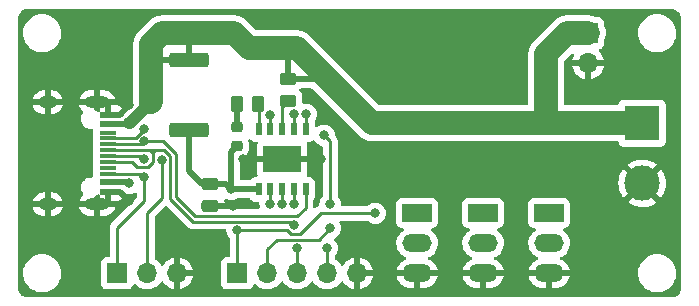
<source format=gtl>
G04 #@! TF.GenerationSoftware,KiCad,Pcbnew,(6.0.10-0)*
G04 #@! TF.CreationDate,2023-02-24T11:02:46+09:00*
G04 #@! TF.ProjectId,CH224K_PD_Decoy,43483232-344b-45f5-9044-5f4465636f79,0.5*
G04 #@! TF.SameCoordinates,Original*
G04 #@! TF.FileFunction,Copper,L1,Top*
G04 #@! TF.FilePolarity,Positive*
%FSLAX46Y46*%
G04 Gerber Fmt 4.6, Leading zero omitted, Abs format (unit mm)*
G04 Created by KiCad (PCBNEW (6.0.10-0)) date 2023-02-24 11:02:46*
%MOMM*%
%LPD*%
G01*
G04 APERTURE LIST*
G04 Aperture macros list*
%AMRoundRect*
0 Rectangle with rounded corners*
0 $1 Rounding radius*
0 $2 $3 $4 $5 $6 $7 $8 $9 X,Y pos of 4 corners*
0 Add a 4 corners polygon primitive as box body*
4,1,4,$2,$3,$4,$5,$6,$7,$8,$9,$2,$3,0*
0 Add four circle primitives for the rounded corners*
1,1,$1+$1,$2,$3*
1,1,$1+$1,$4,$5*
1,1,$1+$1,$6,$7*
1,1,$1+$1,$8,$9*
0 Add four rect primitives between the rounded corners*
20,1,$1+$1,$2,$3,$4,$5,0*
20,1,$1+$1,$4,$5,$6,$7,0*
20,1,$1+$1,$6,$7,$8,$9,0*
20,1,$1+$1,$8,$9,$2,$3,0*%
G04 Aperture macros list end*
G04 #@! TA.AperFunction,SMDPad,CuDef*
%ADD10RoundRect,0.250000X0.262500X0.450000X-0.262500X0.450000X-0.262500X-0.450000X0.262500X-0.450000X0*%
G04 #@! TD*
G04 #@! TA.AperFunction,ComponentPad*
%ADD11R,2.500000X1.500000*%
G04 #@! TD*
G04 #@! TA.AperFunction,ComponentPad*
%ADD12O,2.500000X1.500000*%
G04 #@! TD*
G04 #@! TA.AperFunction,ComponentPad*
%ADD13R,3.000000X3.000000*%
G04 #@! TD*
G04 #@! TA.AperFunction,ComponentPad*
%ADD14C,3.000000*%
G04 #@! TD*
G04 #@! TA.AperFunction,SMDPad,CuDef*
%ADD15R,3.200000X2.300000*%
G04 #@! TD*
G04 #@! TA.AperFunction,SMDPad,CuDef*
%ADD16R,0.510000X1.100000*%
G04 #@! TD*
G04 #@! TA.AperFunction,SMDPad,CuDef*
%ADD17RoundRect,0.250000X1.425000X-0.362500X1.425000X0.362500X-1.425000X0.362500X-1.425000X-0.362500X0*%
G04 #@! TD*
G04 #@! TA.AperFunction,ComponentPad*
%ADD18R,1.700000X1.700000*%
G04 #@! TD*
G04 #@! TA.AperFunction,ComponentPad*
%ADD19O,1.700000X1.700000*%
G04 #@! TD*
G04 #@! TA.AperFunction,SMDPad,CuDef*
%ADD20RoundRect,0.250000X0.450000X-0.262500X0.450000X0.262500X-0.450000X0.262500X-0.450000X-0.262500X0*%
G04 #@! TD*
G04 #@! TA.AperFunction,SMDPad,CuDef*
%ADD21RoundRect,0.218750X-0.256250X0.218750X-0.256250X-0.218750X0.256250X-0.218750X0.256250X0.218750X0*%
G04 #@! TD*
G04 #@! TA.AperFunction,SMDPad,CuDef*
%ADD22R,1.450000X0.600000*%
G04 #@! TD*
G04 #@! TA.AperFunction,SMDPad,CuDef*
%ADD23R,1.450000X0.300000*%
G04 #@! TD*
G04 #@! TA.AperFunction,ComponentPad*
%ADD24O,1.600000X1.000000*%
G04 #@! TD*
G04 #@! TA.AperFunction,ComponentPad*
%ADD25O,2.100000X1.000000*%
G04 #@! TD*
G04 #@! TA.AperFunction,SMDPad,CuDef*
%ADD26RoundRect,0.250000X0.475000X-0.250000X0.475000X0.250000X-0.475000X0.250000X-0.475000X-0.250000X0*%
G04 #@! TD*
G04 #@! TA.AperFunction,ViaPad*
%ADD27C,0.800000*%
G04 #@! TD*
G04 #@! TA.AperFunction,Conductor*
%ADD28C,0.500000*%
G04 #@! TD*
G04 #@! TA.AperFunction,Conductor*
%ADD29C,0.250000*%
G04 #@! TD*
G04 #@! TA.AperFunction,Conductor*
%ADD30C,1.000000*%
G04 #@! TD*
G04 #@! TA.AperFunction,Conductor*
%ADD31C,2.000000*%
G04 #@! TD*
G04 APERTURE END LIST*
D10*
X93241500Y-79629000D03*
X91416500Y-79629000D03*
D11*
X117856000Y-88900000D03*
D12*
X117856000Y-91440000D03*
X117856000Y-93980000D03*
D13*
X125730000Y-81280000D03*
D14*
X125730000Y-86360000D03*
D15*
X95250000Y-84328000D03*
D16*
X93250000Y-86878000D03*
X94250000Y-86878000D03*
X95250000Y-86878000D03*
X96250000Y-86878000D03*
X97250000Y-86878000D03*
X97250000Y-81778000D03*
X96250000Y-81778000D03*
X95250000Y-81778000D03*
X94250000Y-81778000D03*
X93250000Y-81778000D03*
D17*
X87376000Y-81829500D03*
X87376000Y-75904500D03*
D11*
X112268000Y-88900000D03*
D12*
X112268000Y-91440000D03*
X112268000Y-93980000D03*
D18*
X81280000Y-93980000D03*
D19*
X83820000Y-93980000D03*
X86360000Y-93980000D03*
D18*
X121158000Y-73655000D03*
D19*
X121158000Y-76195000D03*
D20*
X95758000Y-79398500D03*
X95758000Y-77573500D03*
D11*
X106680000Y-88900000D03*
D12*
X106680000Y-91440000D03*
X106680000Y-93980000D03*
D21*
X91440000Y-81635500D03*
X91440000Y-83210500D03*
D18*
X91445000Y-93980000D03*
D19*
X93985000Y-93980000D03*
X96525000Y-93980000D03*
X99065000Y-93980000D03*
X101605000Y-93980000D03*
D22*
X80499000Y-80570000D03*
X80499000Y-81370000D03*
D23*
X80499000Y-82570000D03*
X80499000Y-83570000D03*
X80499000Y-84070000D03*
X80499000Y-85070000D03*
D22*
X80499000Y-86270000D03*
X80499000Y-87070000D03*
X80499000Y-87070000D03*
X80499000Y-86270000D03*
D23*
X80499000Y-85570000D03*
X80499000Y-84570000D03*
X80499000Y-83070000D03*
X80499000Y-82070000D03*
D22*
X80499000Y-81370000D03*
X80499000Y-80570000D03*
D24*
X75404000Y-88140000D03*
D25*
X79584000Y-88140000D03*
X79584000Y-79500000D03*
D24*
X75404000Y-79500000D03*
D26*
X89154000Y-88326000D03*
X89154000Y-86426000D03*
D27*
X87630000Y-91440000D03*
X105410000Y-74930000D03*
X113030000Y-77470000D03*
X91059000Y-88265000D03*
X80010000Y-91440000D03*
X78740000Y-74930000D03*
X105410000Y-77470000D03*
X102870000Y-77470000D03*
X82296000Y-79756000D03*
X102870000Y-83820000D03*
X113030000Y-74930000D03*
X107950000Y-74930000D03*
X91948000Y-84328000D03*
X102870000Y-86360000D03*
X77470000Y-91440000D03*
X110490000Y-77470000D03*
X107950000Y-77470000D03*
X81280000Y-74930000D03*
X98552000Y-84328000D03*
X102870000Y-74930000D03*
X121920000Y-93980000D03*
X121920000Y-91440000D03*
X82296000Y-87884000D03*
X110490000Y-74930000D03*
X100330000Y-74930000D03*
X103124000Y-88900000D03*
X91440000Y-90325500D03*
X90932000Y-86868000D03*
X99314000Y-90170000D03*
X94236764Y-80541856D03*
X99314000Y-88137500D03*
X98806000Y-82296000D03*
X94234000Y-88138000D03*
X96520000Y-91852500D03*
X99060000Y-91852500D03*
X95250000Y-88138000D03*
X96266000Y-80518000D03*
X83566000Y-85852000D03*
X83566000Y-81804497D03*
X85053000Y-84365000D03*
X97282000Y-80518000D03*
X82296000Y-81280000D03*
X82296000Y-86360000D03*
X96266000Y-88138000D03*
X96266000Y-89916000D03*
X83566000Y-84294500D03*
X83566000Y-82804000D03*
D28*
X81482000Y-87070000D02*
X80499000Y-87070000D01*
X95250000Y-84328000D02*
X98552000Y-84328000D01*
X90998000Y-88326000D02*
X89154000Y-88326000D01*
X81482000Y-80570000D02*
X82296000Y-79756000D01*
X95250000Y-84328000D02*
X91948000Y-84328000D01*
X91059000Y-88265000D02*
X90998000Y-88326000D01*
X80499000Y-80570000D02*
X81482000Y-80570000D01*
X82296000Y-87884000D02*
X81482000Y-87070000D01*
D29*
X96774000Y-90678000D02*
X98552000Y-88900000D01*
D28*
X87376000Y-81829500D02*
X87376000Y-85344000D01*
D29*
X91440000Y-90325500D02*
X91440000Y-92456000D01*
D28*
X90932000Y-83718500D02*
X91440000Y-83210500D01*
D29*
X95650195Y-90325500D02*
X96002695Y-90678000D01*
D28*
X87376000Y-85344000D02*
X88458000Y-86426000D01*
D29*
X91445000Y-92461000D02*
X91445000Y-93980000D01*
X98552000Y-88900000D02*
X103124000Y-88900000D01*
X96002695Y-90678000D02*
X96774000Y-90678000D01*
X91440000Y-92456000D02*
X91445000Y-92461000D01*
D28*
X90490000Y-86426000D02*
X90932000Y-86868000D01*
X93240000Y-86868000D02*
X93250000Y-86878000D01*
D29*
X91440000Y-90325500D02*
X95650195Y-90325500D01*
D28*
X90932000Y-86868000D02*
X93240000Y-86868000D01*
X88458000Y-86426000D02*
X89154000Y-86426000D01*
X90932000Y-86868000D02*
X90932000Y-83718500D01*
X89154000Y-86426000D02*
X90490000Y-86426000D01*
D29*
X94800500Y-91127500D02*
X98356500Y-91127500D01*
X94250000Y-80555092D02*
X94236764Y-80541856D01*
X93985000Y-91943000D02*
X94800500Y-91127500D01*
X99314000Y-88137500D02*
X99314000Y-82804000D01*
X93985000Y-93980000D02*
X93985000Y-91943000D01*
X98356500Y-91127500D02*
X99314000Y-90170000D01*
X99314000Y-82804000D02*
X98806000Y-82296000D01*
X94250000Y-81778000D02*
X94250000Y-80555092D01*
X94250000Y-88122000D02*
X94234000Y-88138000D01*
X96520000Y-91852500D02*
X96520000Y-93975000D01*
X94250000Y-86878000D02*
X94250000Y-88122000D01*
X96520000Y-93975000D02*
X96525000Y-93980000D01*
X95250000Y-88138000D02*
X95250000Y-86878000D01*
X99060000Y-91852500D02*
X99060000Y-93975000D01*
X99060000Y-93975000D02*
X99065000Y-93980000D01*
D28*
X91440000Y-81635500D02*
X91440000Y-79652500D01*
X91440000Y-79652500D02*
X91416500Y-79629000D01*
D29*
X83284000Y-85570000D02*
X83566000Y-85852000D01*
X96250000Y-81778000D02*
X96250000Y-80534000D01*
X83566000Y-87884000D02*
X81280000Y-90170000D01*
X81280000Y-90170000D02*
X81280000Y-93980000D01*
X80499000Y-85570000D02*
X83284000Y-85570000D01*
X83566000Y-85852000D02*
X83566000Y-87884000D01*
X96250000Y-80534000D02*
X96266000Y-80518000D01*
X97250000Y-81778000D02*
X97250000Y-80550000D01*
X83820000Y-88900000D02*
X83820000Y-93980000D01*
X82841000Y-82503695D02*
X82841000Y-82529497D01*
X83566000Y-81804497D02*
X83291497Y-82079000D01*
X97250000Y-80550000D02*
X97282000Y-80518000D01*
X83265695Y-82079000D02*
X82841000Y-82503695D01*
X83291497Y-82079000D02*
X83265695Y-82079000D01*
X82800497Y-82570000D02*
X80499000Y-82570000D01*
X82841000Y-82529497D02*
X82800497Y-82570000D01*
X85090000Y-87630000D02*
X83820000Y-88900000D01*
X85053000Y-84365000D02*
X85053000Y-87593000D01*
X85053000Y-87593000D02*
X85090000Y-87630000D01*
D28*
X95758000Y-77573500D02*
X95758000Y-75184000D01*
X80499000Y-81370000D02*
X82206000Y-81370000D01*
X98956500Y-77573500D02*
X99060000Y-77470000D01*
X82206000Y-81370000D02*
X82296000Y-81280000D01*
X87376000Y-75904500D02*
X84623500Y-75904500D01*
D30*
X82381500Y-81280000D02*
X84159500Y-79502000D01*
D31*
X99060000Y-77470000D02*
X102870000Y-81280000D01*
D28*
X95758000Y-77573500D02*
X98956500Y-77573500D01*
X84623500Y-75904500D02*
X84159500Y-76368500D01*
D31*
X91186000Y-73660000D02*
X92456000Y-74930000D01*
X119385000Y-73655000D02*
X117602000Y-75438000D01*
X121158000Y-73655000D02*
X119385000Y-73655000D01*
X92964000Y-74930000D02*
X95504000Y-74930000D01*
D30*
X82296000Y-81280000D02*
X82381500Y-81280000D01*
D31*
X85090000Y-73660000D02*
X87122000Y-73660000D01*
X84159500Y-74590500D02*
X85090000Y-73660000D01*
D28*
X95758000Y-75184000D02*
X95504000Y-74930000D01*
D31*
X87122000Y-73660000D02*
X91186000Y-73660000D01*
D28*
X80499000Y-86270000D02*
X82206000Y-86270000D01*
X87376000Y-73914000D02*
X87122000Y-73660000D01*
D31*
X96520000Y-74930000D02*
X99060000Y-77470000D01*
D28*
X87376000Y-75904500D02*
X87376000Y-73914000D01*
D31*
X92456000Y-74930000D02*
X92964000Y-74930000D01*
X84159500Y-76368500D02*
X84159500Y-74590500D01*
X95504000Y-74930000D02*
X96520000Y-74930000D01*
X125730000Y-81280000D02*
X117602000Y-81280000D01*
X84159500Y-79502000D02*
X84159500Y-76368500D01*
X117602000Y-81280000D02*
X102870000Y-81280000D01*
D28*
X82206000Y-86270000D02*
X82296000Y-86360000D01*
D31*
X117602000Y-75438000D02*
X117602000Y-81280000D01*
D29*
X95250000Y-79906500D02*
X95758000Y-79398500D01*
X95250000Y-81778000D02*
X95250000Y-79906500D01*
X93241500Y-79629000D02*
X93250000Y-79637500D01*
X93250000Y-79637500D02*
X93250000Y-81778000D01*
X96266000Y-86894000D02*
X96250000Y-86878000D01*
X84291000Y-84594805D02*
X84291000Y-84291000D01*
X80499000Y-83570000D02*
X84070000Y-83570000D01*
X84291000Y-84291000D02*
X84291000Y-83603000D01*
X85279305Y-83566000D02*
X84836000Y-83566000D01*
X84324000Y-83570000D02*
X84328000Y-83566000D01*
X84070000Y-83570000D02*
X84324000Y-83570000D01*
X83866305Y-85019500D02*
X82987500Y-85019500D01*
X82563000Y-84595000D02*
X81026000Y-84595000D01*
X84836000Y-83566000D02*
X84328000Y-83566000D01*
X84291000Y-83603000D02*
X84328000Y-83566000D01*
X84070000Y-83570000D02*
X84291000Y-83791000D01*
X84291000Y-83791000D02*
X84291000Y-84291000D01*
X84291000Y-84594805D02*
X83866305Y-85019500D01*
X96266000Y-89916000D02*
X95951000Y-89601000D01*
X85778000Y-84064694D02*
X85692653Y-83979347D01*
X87694604Y-89601000D02*
X85778000Y-87684396D01*
X85778000Y-84064695D02*
X85692653Y-83979347D01*
X85692653Y-83979347D02*
X85279305Y-83566000D01*
X95951000Y-89601000D02*
X87694604Y-89601000D01*
X84516000Y-83566000D02*
X84291000Y-83791000D01*
X85778000Y-87684396D02*
X85778000Y-84064694D01*
X82987500Y-85019500D02*
X82563000Y-84595000D01*
X84836000Y-83566000D02*
X84516000Y-83566000D01*
X96266000Y-88138000D02*
X96266000Y-86894000D01*
X83566000Y-82804000D02*
X83300000Y-83070000D01*
X97250000Y-88424000D02*
X96523000Y-89151000D01*
X83566000Y-82804000D02*
X85153701Y-82804000D01*
X85153701Y-82804000D02*
X86228000Y-83878299D01*
X86228000Y-83878299D02*
X86228000Y-87498000D01*
X87881000Y-89151000D02*
X86228000Y-87498000D01*
X83300000Y-83070000D02*
X80499000Y-83070000D01*
X83566000Y-84294500D02*
X83341500Y-84070000D01*
X96523000Y-89151000D02*
X87881000Y-89151000D01*
X97250000Y-86878000D02*
X97250000Y-88424000D01*
X83341500Y-84070000D02*
X80499000Y-84070000D01*
G04 #@! TA.AperFunction,Conductor*
G36*
X93388260Y-71608077D02*
G01*
X128220527Y-71628471D01*
X128239827Y-71629970D01*
X128263724Y-71633691D01*
X128273659Y-71632392D01*
X128274746Y-71632250D01*
X128303431Y-71631793D01*
X128376741Y-71639013D01*
X128406212Y-71641916D01*
X128430432Y-71646733D01*
X128549546Y-71682866D01*
X128572355Y-71692315D01*
X128682124Y-71750987D01*
X128702655Y-71764705D01*
X128798876Y-71843671D01*
X128816329Y-71861124D01*
X128895295Y-71957345D01*
X128909013Y-71977876D01*
X128967685Y-72087645D01*
X128977134Y-72110454D01*
X129013267Y-72229568D01*
X129018084Y-72253789D01*
X129027541Y-72349809D01*
X129027091Y-72365868D01*
X129027800Y-72365877D01*
X129027690Y-72374853D01*
X129026309Y-72383724D01*
X129027473Y-72392626D01*
X129027473Y-72392628D01*
X129030436Y-72415283D01*
X129031500Y-72431621D01*
X129031500Y-95200633D01*
X129030000Y-95220018D01*
X129027858Y-95233777D01*
X129026309Y-95243724D01*
X129027473Y-95252626D01*
X129027750Y-95254746D01*
X129028207Y-95283431D01*
X129022820Y-95338131D01*
X129018084Y-95386212D01*
X129013267Y-95410432D01*
X128977134Y-95529546D01*
X128967685Y-95552355D01*
X128909013Y-95662124D01*
X128895295Y-95682655D01*
X128816329Y-95778876D01*
X128798876Y-95796329D01*
X128702655Y-95875295D01*
X128682124Y-95889013D01*
X128572355Y-95947685D01*
X128549546Y-95957134D01*
X128430432Y-95993267D01*
X128406211Y-95998084D01*
X128310191Y-96007541D01*
X128294132Y-96007091D01*
X128294123Y-96007800D01*
X128285147Y-96007690D01*
X128276276Y-96006309D01*
X128267374Y-96007473D01*
X128267372Y-96007473D01*
X128254856Y-96009110D01*
X128244714Y-96010436D01*
X128228379Y-96011500D01*
X73709367Y-96011500D01*
X73689982Y-96010000D01*
X73675148Y-96007690D01*
X73675145Y-96007690D01*
X73666276Y-96006309D01*
X73656341Y-96007608D01*
X73655254Y-96007750D01*
X73626569Y-96008207D01*
X73553259Y-96000987D01*
X73523788Y-95998084D01*
X73499568Y-95993267D01*
X73380454Y-95957134D01*
X73357645Y-95947685D01*
X73247876Y-95889013D01*
X73227345Y-95875295D01*
X73131124Y-95796329D01*
X73113671Y-95778876D01*
X73034705Y-95682655D01*
X73020987Y-95662124D01*
X72962315Y-95552355D01*
X72952866Y-95529546D01*
X72916733Y-95410432D01*
X72911916Y-95386212D01*
X72902711Y-95292755D01*
X72902607Y-95269151D01*
X72902768Y-95267354D01*
X72903576Y-95262552D01*
X72903729Y-95250000D01*
X72899773Y-95222376D01*
X72898500Y-95204514D01*
X72898500Y-93980000D01*
X73316526Y-93980000D01*
X73336391Y-94232403D01*
X73337545Y-94237210D01*
X73337546Y-94237216D01*
X73371206Y-94377418D01*
X73395495Y-94478591D01*
X73397388Y-94483162D01*
X73397389Y-94483164D01*
X73481415Y-94686020D01*
X73492384Y-94712502D01*
X73624672Y-94928376D01*
X73789102Y-95120898D01*
X73981624Y-95285328D01*
X74197498Y-95417616D01*
X74202068Y-95419509D01*
X74202072Y-95419511D01*
X74405451Y-95503753D01*
X74431409Y-95514505D01*
X74494018Y-95529536D01*
X74672784Y-95572454D01*
X74672790Y-95572455D01*
X74677597Y-95573609D01*
X74777416Y-95581465D01*
X74864345Y-95588307D01*
X74864352Y-95588307D01*
X74866801Y-95588500D01*
X74993199Y-95588500D01*
X74995648Y-95588307D01*
X74995655Y-95588307D01*
X75082584Y-95581465D01*
X75182403Y-95573609D01*
X75187210Y-95572455D01*
X75187216Y-95572454D01*
X75365982Y-95529536D01*
X75428591Y-95514505D01*
X75454549Y-95503753D01*
X75657928Y-95419511D01*
X75657932Y-95419509D01*
X75662502Y-95417616D01*
X75878376Y-95285328D01*
X76070898Y-95120898D01*
X76235328Y-94928376D01*
X76367616Y-94712502D01*
X76378586Y-94686020D01*
X76462611Y-94483164D01*
X76462612Y-94483162D01*
X76464505Y-94478591D01*
X76488794Y-94377418D01*
X76522454Y-94237216D01*
X76522455Y-94237210D01*
X76523609Y-94232403D01*
X76543474Y-93980000D01*
X76523609Y-93727597D01*
X76522379Y-93722470D01*
X76465660Y-93486221D01*
X76464505Y-93481409D01*
X76406269Y-93340814D01*
X76369511Y-93252072D01*
X76369509Y-93252068D01*
X76367616Y-93247498D01*
X76235328Y-93031624D01*
X76070898Y-92839102D01*
X75878376Y-92674672D01*
X75662502Y-92542384D01*
X75657932Y-92540491D01*
X75657928Y-92540489D01*
X75433164Y-92447389D01*
X75433162Y-92447388D01*
X75428591Y-92445495D01*
X75327161Y-92421144D01*
X75187216Y-92387546D01*
X75187210Y-92387545D01*
X75182403Y-92386391D01*
X75082584Y-92378535D01*
X74995655Y-92371693D01*
X74995648Y-92371693D01*
X74993199Y-92371500D01*
X74866801Y-92371500D01*
X74864352Y-92371693D01*
X74864345Y-92371693D01*
X74777416Y-92378535D01*
X74677597Y-92386391D01*
X74672790Y-92387545D01*
X74672784Y-92387546D01*
X74532839Y-92421144D01*
X74431409Y-92445495D01*
X74426838Y-92447388D01*
X74426836Y-92447389D01*
X74202072Y-92540489D01*
X74202068Y-92540491D01*
X74197498Y-92542384D01*
X73981624Y-92674672D01*
X73789102Y-92839102D01*
X73624672Y-93031624D01*
X73492384Y-93247498D01*
X73490491Y-93252068D01*
X73490489Y-93252072D01*
X73453731Y-93340814D01*
X73395495Y-93481409D01*
X73394340Y-93486221D01*
X73337622Y-93722470D01*
X73336391Y-93727597D01*
X73316526Y-93980000D01*
X72898500Y-93980000D01*
X72898500Y-88405768D01*
X74131425Y-88405768D01*
X74163138Y-88513521D01*
X74167731Y-88524889D01*
X74253607Y-88689154D01*
X74260321Y-88699415D01*
X74376468Y-88843873D01*
X74385046Y-88852632D01*
X74527039Y-88971778D01*
X74537159Y-88978708D01*
X74699585Y-89068002D01*
X74710858Y-89072834D01*
X74887538Y-89128880D01*
X74899532Y-89131430D01*
X75043761Y-89147607D01*
X75050785Y-89148000D01*
X75131885Y-89148000D01*
X75147124Y-89143525D01*
X75148329Y-89142135D01*
X75150000Y-89134452D01*
X75150000Y-89129885D01*
X75658000Y-89129885D01*
X75662475Y-89145124D01*
X75663865Y-89146329D01*
X75671548Y-89148000D01*
X75750657Y-89148000D01*
X75756805Y-89147699D01*
X75894603Y-89134188D01*
X75906638Y-89131805D01*
X76084076Y-89078233D01*
X76095416Y-89073559D01*
X76259077Y-88986540D01*
X76269294Y-88979751D01*
X76412933Y-88862603D01*
X76421637Y-88853959D01*
X76539784Y-88711144D01*
X76546644Y-88700973D01*
X76634804Y-88537924D01*
X76639556Y-88526619D01*
X76675250Y-88411308D01*
X76675331Y-88405768D01*
X78061425Y-88405768D01*
X78093138Y-88513521D01*
X78097731Y-88524889D01*
X78183607Y-88689154D01*
X78190321Y-88699415D01*
X78306468Y-88843873D01*
X78315046Y-88852632D01*
X78457039Y-88971778D01*
X78467159Y-88978708D01*
X78629585Y-89068002D01*
X78640858Y-89072834D01*
X78817538Y-89128880D01*
X78829532Y-89131430D01*
X78973761Y-89147607D01*
X78980785Y-89148000D01*
X79311885Y-89148000D01*
X79327124Y-89143525D01*
X79328329Y-89142135D01*
X79330000Y-89134452D01*
X79330000Y-89129885D01*
X79838000Y-89129885D01*
X79842475Y-89145124D01*
X79843865Y-89146329D01*
X79851548Y-89148000D01*
X80180657Y-89148000D01*
X80186805Y-89147699D01*
X80324603Y-89134188D01*
X80336638Y-89131805D01*
X80514076Y-89078233D01*
X80525416Y-89073559D01*
X80689077Y-88986540D01*
X80699294Y-88979751D01*
X80842933Y-88862603D01*
X80851637Y-88853959D01*
X80969784Y-88711144D01*
X80976644Y-88700973D01*
X81064804Y-88537924D01*
X81069556Y-88526619D01*
X81105250Y-88411308D01*
X81105456Y-88397205D01*
X81098701Y-88394000D01*
X79856115Y-88394000D01*
X79840876Y-88398475D01*
X79839671Y-88399865D01*
X79838000Y-88407548D01*
X79838000Y-89129885D01*
X79330000Y-89129885D01*
X79330000Y-88412115D01*
X79325525Y-88396876D01*
X79324135Y-88395671D01*
X79316452Y-88394000D01*
X78076076Y-88394000D01*
X78062545Y-88397973D01*
X78061425Y-88405768D01*
X76675331Y-88405768D01*
X76675456Y-88397205D01*
X76668701Y-88394000D01*
X75676115Y-88394000D01*
X75660876Y-88398475D01*
X75659671Y-88399865D01*
X75658000Y-88407548D01*
X75658000Y-89129885D01*
X75150000Y-89129885D01*
X75150000Y-88412115D01*
X75145525Y-88396876D01*
X75144135Y-88395671D01*
X75136452Y-88394000D01*
X74146076Y-88394000D01*
X74132545Y-88397973D01*
X74131425Y-88405768D01*
X72898500Y-88405768D01*
X72898500Y-87882795D01*
X74132544Y-87882795D01*
X74139299Y-87886000D01*
X75131885Y-87886000D01*
X75147124Y-87881525D01*
X75148329Y-87880135D01*
X75150000Y-87872452D01*
X75150000Y-87867885D01*
X75658000Y-87867885D01*
X75662475Y-87883124D01*
X75663865Y-87884329D01*
X75671548Y-87886000D01*
X76661924Y-87886000D01*
X76675455Y-87882027D01*
X76676575Y-87874232D01*
X76644862Y-87766479D01*
X76640269Y-87755111D01*
X76554393Y-87590846D01*
X76547679Y-87580585D01*
X76431532Y-87436127D01*
X76422954Y-87427368D01*
X76280961Y-87308222D01*
X76270841Y-87301292D01*
X76108415Y-87211998D01*
X76097142Y-87207166D01*
X75920462Y-87151120D01*
X75908468Y-87148570D01*
X75764239Y-87132393D01*
X75757215Y-87132000D01*
X75676115Y-87132000D01*
X75660876Y-87136475D01*
X75659671Y-87137865D01*
X75658000Y-87145548D01*
X75658000Y-87867885D01*
X75150000Y-87867885D01*
X75150000Y-87150115D01*
X75145525Y-87134876D01*
X75144135Y-87133671D01*
X75136452Y-87132000D01*
X75057343Y-87132000D01*
X75051195Y-87132301D01*
X74913397Y-87145812D01*
X74901362Y-87148195D01*
X74723924Y-87201767D01*
X74712584Y-87206441D01*
X74548923Y-87293460D01*
X74538706Y-87300249D01*
X74395067Y-87417397D01*
X74386363Y-87426041D01*
X74268216Y-87568856D01*
X74261356Y-87579027D01*
X74173196Y-87742076D01*
X74168444Y-87753381D01*
X74132750Y-87868692D01*
X74132544Y-87882795D01*
X72898500Y-87882795D01*
X72898500Y-79765768D01*
X74131425Y-79765768D01*
X74163138Y-79873521D01*
X74167731Y-79884889D01*
X74253607Y-80049154D01*
X74260321Y-80059415D01*
X74376468Y-80203873D01*
X74385046Y-80212632D01*
X74527039Y-80331778D01*
X74537159Y-80338708D01*
X74699585Y-80428002D01*
X74710858Y-80432834D01*
X74887538Y-80488880D01*
X74899532Y-80491430D01*
X75043761Y-80507607D01*
X75050785Y-80508000D01*
X75131885Y-80508000D01*
X75147124Y-80503525D01*
X75148329Y-80502135D01*
X75150000Y-80494452D01*
X75150000Y-80489885D01*
X75658000Y-80489885D01*
X75662475Y-80505124D01*
X75663865Y-80506329D01*
X75671548Y-80508000D01*
X75750657Y-80508000D01*
X75756805Y-80507699D01*
X75894603Y-80494188D01*
X75906638Y-80491805D01*
X76084076Y-80438233D01*
X76095416Y-80433559D01*
X76259077Y-80346540D01*
X76269294Y-80339751D01*
X76412933Y-80222603D01*
X76421637Y-80213959D01*
X76539784Y-80071144D01*
X76546644Y-80060973D01*
X76634804Y-79897924D01*
X76639556Y-79886619D01*
X76675250Y-79771308D01*
X76675331Y-79765768D01*
X78061425Y-79765768D01*
X78093138Y-79873521D01*
X78097731Y-79884889D01*
X78183607Y-80049154D01*
X78190321Y-80059415D01*
X78306468Y-80203873D01*
X78315045Y-80212632D01*
X78367110Y-80256319D01*
X78406436Y-80315428D01*
X78407563Y-80386416D01*
X78390331Y-80423663D01*
X78313723Y-80536388D01*
X78246470Y-80704534D01*
X78245356Y-80711262D01*
X78245355Y-80711266D01*
X78218007Y-80876461D01*
X78216892Y-80883198D01*
X78217249Y-80890015D01*
X78217249Y-80890019D01*
X78222474Y-80989703D01*
X78226370Y-81064047D01*
X78228181Y-81070620D01*
X78228181Y-81070623D01*
X78232030Y-81084596D01*
X78274461Y-81238641D01*
X78358922Y-81398836D01*
X78363327Y-81404049D01*
X78363330Y-81404053D01*
X78471406Y-81531943D01*
X78471410Y-81531947D01*
X78475813Y-81537157D01*
X78481237Y-81541304D01*
X78481238Y-81541305D01*
X78614257Y-81643006D01*
X78614261Y-81643009D01*
X78619678Y-81647150D01*
X78724814Y-81696175D01*
X78777631Y-81720805D01*
X78777634Y-81720806D01*
X78783808Y-81723685D01*
X78790456Y-81725171D01*
X78790459Y-81725172D01*
X78896421Y-81748857D01*
X78960543Y-81763190D01*
X78966088Y-81763500D01*
X79099244Y-81763500D01*
X79125892Y-81760605D01*
X79195774Y-81773133D01*
X79247790Y-81821453D01*
X79265500Y-81885868D01*
X79265500Y-82268134D01*
X79265869Y-82271529D01*
X79265869Y-82271533D01*
X79269656Y-82306393D01*
X79269656Y-82333606D01*
X79265500Y-82371866D01*
X79265500Y-82768134D01*
X79265869Y-82771529D01*
X79265869Y-82771533D01*
X79269656Y-82806393D01*
X79269656Y-82833607D01*
X79266345Y-82864091D01*
X79265500Y-82871866D01*
X79265500Y-83268134D01*
X79265869Y-83271529D01*
X79265869Y-83271533D01*
X79269656Y-83306393D01*
X79269656Y-83333606D01*
X79265500Y-83371866D01*
X79265500Y-83768134D01*
X79265869Y-83771529D01*
X79265869Y-83771533D01*
X79269656Y-83806393D01*
X79269656Y-83833606D01*
X79265500Y-83871866D01*
X79265500Y-84268134D01*
X79265869Y-84271529D01*
X79265869Y-84271533D01*
X79269656Y-84306393D01*
X79269656Y-84333606D01*
X79265500Y-84371866D01*
X79265500Y-84768134D01*
X79265869Y-84771529D01*
X79265869Y-84771533D01*
X79269656Y-84806393D01*
X79269656Y-84833606D01*
X79265500Y-84871866D01*
X79265500Y-85268134D01*
X79265869Y-85271529D01*
X79265869Y-85271533D01*
X79269656Y-85306393D01*
X79269656Y-85333606D01*
X79265500Y-85371866D01*
X79265500Y-85750500D01*
X79245498Y-85818621D01*
X79191842Y-85865114D01*
X79139500Y-85876500D01*
X79008756Y-85876500D01*
X78873963Y-85891143D01*
X78755810Y-85930906D01*
X78708796Y-85946728D01*
X78708794Y-85946729D01*
X78702325Y-85948906D01*
X78547095Y-86042177D01*
X78542138Y-86046865D01*
X78542135Y-86046867D01*
X78445501Y-86138250D01*
X78415515Y-86166607D01*
X78411683Y-86172245D01*
X78411680Y-86172249D01*
X78336221Y-86283283D01*
X78313723Y-86316388D01*
X78246470Y-86484534D01*
X78245356Y-86491262D01*
X78245355Y-86491266D01*
X78242890Y-86506158D01*
X78216892Y-86663198D01*
X78217249Y-86670015D01*
X78217249Y-86670019D01*
X78220499Y-86732022D01*
X78226370Y-86844047D01*
X78228181Y-86850620D01*
X78228181Y-86850623D01*
X78254678Y-86946818D01*
X78274461Y-87018641D01*
X78358922Y-87178836D01*
X78363327Y-87184049D01*
X78363330Y-87184053D01*
X78381694Y-87205783D01*
X78410386Y-87270724D01*
X78399413Y-87340868D01*
X78365092Y-87384754D01*
X78325067Y-87417397D01*
X78316363Y-87426041D01*
X78198216Y-87568856D01*
X78191356Y-87579027D01*
X78103196Y-87742076D01*
X78098444Y-87753381D01*
X78062750Y-87868692D01*
X78062544Y-87882795D01*
X78069299Y-87886000D01*
X79311885Y-87886000D01*
X79327124Y-87881525D01*
X79328329Y-87880135D01*
X79330000Y-87872452D01*
X79330000Y-87585830D01*
X79350002Y-87517709D01*
X79402218Y-87472257D01*
X79405675Y-87471094D01*
X79560905Y-87377823D01*
X79565862Y-87373135D01*
X79565865Y-87373133D01*
X79625427Y-87316807D01*
X79688664Y-87284535D01*
X79759311Y-87291575D01*
X79814937Y-87335691D01*
X79838000Y-87408355D01*
X79838000Y-87867885D01*
X79842475Y-87883124D01*
X79843865Y-87884329D01*
X79851548Y-87886000D01*
X80226885Y-87886000D01*
X80242124Y-87881525D01*
X80243329Y-87880135D01*
X80245000Y-87872452D01*
X80245000Y-87342115D01*
X80240525Y-87326876D01*
X80229947Y-87317710D01*
X80185786Y-87293596D01*
X80151761Y-87231284D01*
X80156825Y-87160468D01*
X80199372Y-87103632D01*
X80265892Y-87078821D01*
X80274881Y-87078500D01*
X80627000Y-87078500D01*
X80695121Y-87098502D01*
X80741614Y-87152158D01*
X80753000Y-87204500D01*
X80753000Y-87867885D01*
X80757475Y-87883124D01*
X80758865Y-87884329D01*
X80766548Y-87886000D01*
X81091924Y-87886000D01*
X81101790Y-87883103D01*
X81137288Y-87877999D01*
X81268669Y-87877999D01*
X81275490Y-87877629D01*
X81326352Y-87872105D01*
X81341604Y-87868479D01*
X81462054Y-87823324D01*
X81477649Y-87814786D01*
X81579724Y-87738285D01*
X81592285Y-87725724D01*
X81668786Y-87623649D01*
X81677324Y-87608054D01*
X81722478Y-87487606D01*
X81726105Y-87472351D01*
X81731631Y-87421486D01*
X81732000Y-87414672D01*
X81732000Y-87297391D01*
X81752002Y-87229270D01*
X81805658Y-87182777D01*
X81875932Y-87172673D01*
X81909247Y-87182283D01*
X81971922Y-87210188D01*
X81989345Y-87217945D01*
X82013712Y-87228794D01*
X82107113Y-87248647D01*
X82194056Y-87267128D01*
X82194061Y-87267128D01*
X82200513Y-87268500D01*
X82391487Y-87268500D01*
X82397939Y-87267128D01*
X82397944Y-87267128D01*
X82484887Y-87248647D01*
X82578288Y-87228794D01*
X82602656Y-87217945D01*
X82752752Y-87151118D01*
X82753677Y-87153196D01*
X82812488Y-87138924D01*
X82879581Y-87162141D01*
X82923472Y-87217945D01*
X82932500Y-87264782D01*
X82932500Y-87569405D01*
X82912498Y-87637526D01*
X82895595Y-87658500D01*
X80887747Y-89666348D01*
X80879461Y-89673888D01*
X80872982Y-89678000D01*
X80867557Y-89683777D01*
X80826357Y-89727651D01*
X80823602Y-89730493D01*
X80803865Y-89750230D01*
X80801385Y-89753427D01*
X80793682Y-89762447D01*
X80763414Y-89794679D01*
X80759595Y-89801625D01*
X80759593Y-89801628D01*
X80753652Y-89812434D01*
X80742801Y-89828953D01*
X80730386Y-89844959D01*
X80727241Y-89852228D01*
X80727238Y-89852232D01*
X80712826Y-89885537D01*
X80707609Y-89896187D01*
X80686305Y-89934940D01*
X80684334Y-89942615D01*
X80684334Y-89942616D01*
X80681267Y-89954562D01*
X80674863Y-89973266D01*
X80666819Y-89991855D01*
X80665580Y-89999678D01*
X80665577Y-89999688D01*
X80659901Y-90035524D01*
X80657495Y-90047144D01*
X80649174Y-90079556D01*
X80646500Y-90089970D01*
X80646500Y-90110224D01*
X80644949Y-90129934D01*
X80641780Y-90149943D01*
X80642526Y-90157835D01*
X80645941Y-90193961D01*
X80646500Y-90205819D01*
X80646500Y-92495500D01*
X80626498Y-92563621D01*
X80572842Y-92610114D01*
X80520500Y-92621500D01*
X80381866Y-92621500D01*
X80319684Y-92628255D01*
X80183295Y-92679385D01*
X80066739Y-92766739D01*
X79979385Y-92883295D01*
X79928255Y-93019684D01*
X79921500Y-93081866D01*
X79921500Y-94878134D01*
X79928255Y-94940316D01*
X79979385Y-95076705D01*
X80066739Y-95193261D01*
X80183295Y-95280615D01*
X80319684Y-95331745D01*
X80381866Y-95338500D01*
X82178134Y-95338500D01*
X82240316Y-95331745D01*
X82376705Y-95280615D01*
X82493261Y-95193261D01*
X82580615Y-95076705D01*
X82602799Y-95017529D01*
X82624598Y-94959382D01*
X82667240Y-94902618D01*
X82733802Y-94877918D01*
X82803150Y-94893126D01*
X82837817Y-94921114D01*
X82866250Y-94953938D01*
X83038126Y-95096632D01*
X83231000Y-95209338D01*
X83235825Y-95211180D01*
X83235826Y-95211181D01*
X83298527Y-95235124D01*
X83439692Y-95289030D01*
X83444760Y-95290061D01*
X83444763Y-95290062D01*
X83539862Y-95309410D01*
X83658597Y-95333567D01*
X83663772Y-95333757D01*
X83663774Y-95333757D01*
X83876673Y-95341564D01*
X83876677Y-95341564D01*
X83881837Y-95341753D01*
X83886957Y-95341097D01*
X83886959Y-95341097D01*
X84098288Y-95314025D01*
X84098289Y-95314025D01*
X84103416Y-95313368D01*
X84108366Y-95311883D01*
X84312429Y-95250661D01*
X84312434Y-95250659D01*
X84317384Y-95249174D01*
X84517994Y-95150896D01*
X84699860Y-95021173D01*
X84732079Y-94989067D01*
X84843616Y-94877918D01*
X84858096Y-94863489D01*
X84875892Y-94838724D01*
X84988453Y-94682077D01*
X84989640Y-94682930D01*
X85036960Y-94639362D01*
X85106897Y-94627145D01*
X85172338Y-94654678D01*
X85200166Y-94686511D01*
X85257694Y-94780388D01*
X85263777Y-94788699D01*
X85403213Y-94949667D01*
X85410580Y-94956883D01*
X85574434Y-95092916D01*
X85582881Y-95098831D01*
X85766756Y-95206279D01*
X85776042Y-95210729D01*
X85975001Y-95286703D01*
X85984899Y-95289579D01*
X86088250Y-95310606D01*
X86102299Y-95309410D01*
X86106000Y-95299065D01*
X86106000Y-95298517D01*
X86614000Y-95298517D01*
X86618064Y-95312359D01*
X86631478Y-95314393D01*
X86638184Y-95313534D01*
X86648262Y-95311392D01*
X86852255Y-95250191D01*
X86861842Y-95246433D01*
X87053095Y-95152739D01*
X87061945Y-95147464D01*
X87235328Y-95023792D01*
X87243200Y-95017139D01*
X87394052Y-94866812D01*
X87400730Y-94858965D01*
X87525003Y-94686020D01*
X87530313Y-94677183D01*
X87624670Y-94486267D01*
X87628469Y-94476672D01*
X87690377Y-94272910D01*
X87692555Y-94262837D01*
X87693986Y-94251962D01*
X87691775Y-94237778D01*
X87678617Y-94234000D01*
X86632115Y-94234000D01*
X86616876Y-94238475D01*
X86615671Y-94239865D01*
X86614000Y-94247548D01*
X86614000Y-95298517D01*
X86106000Y-95298517D01*
X86106000Y-93707885D01*
X86614000Y-93707885D01*
X86618475Y-93723124D01*
X86619865Y-93724329D01*
X86627548Y-93726000D01*
X87678344Y-93726000D01*
X87691875Y-93722027D01*
X87693180Y-93712947D01*
X87651214Y-93545875D01*
X87647894Y-93536124D01*
X87562972Y-93340814D01*
X87558105Y-93331739D01*
X87442426Y-93152926D01*
X87436136Y-93144757D01*
X87292806Y-92987240D01*
X87285273Y-92980215D01*
X87118139Y-92848222D01*
X87109552Y-92842517D01*
X86923117Y-92739599D01*
X86913705Y-92735369D01*
X86712959Y-92664280D01*
X86702988Y-92661646D01*
X86631837Y-92648972D01*
X86618540Y-92650432D01*
X86614000Y-92664989D01*
X86614000Y-93707885D01*
X86106000Y-93707885D01*
X86106000Y-92663102D01*
X86102082Y-92649758D01*
X86087806Y-92647771D01*
X86049324Y-92653660D01*
X86039288Y-92656051D01*
X85836868Y-92722212D01*
X85827359Y-92726209D01*
X85638463Y-92824542D01*
X85629738Y-92830036D01*
X85459433Y-92957905D01*
X85451726Y-92964748D01*
X85304590Y-93118717D01*
X85298109Y-93126722D01*
X85193498Y-93280074D01*
X85138587Y-93325076D01*
X85068062Y-93333247D01*
X85004315Y-93301993D01*
X84983618Y-93277509D01*
X84902822Y-93152617D01*
X84902820Y-93152614D01*
X84900014Y-93148277D01*
X84749670Y-92983051D01*
X84745619Y-92979852D01*
X84745615Y-92979848D01*
X84578414Y-92847800D01*
X84578410Y-92847798D01*
X84574359Y-92844598D01*
X84569835Y-92842101D01*
X84569831Y-92842098D01*
X84518608Y-92813822D01*
X84468636Y-92763390D01*
X84453500Y-92703513D01*
X84453500Y-89214594D01*
X84473502Y-89146473D01*
X84490405Y-89125499D01*
X85317707Y-88298197D01*
X85380019Y-88264171D01*
X85450834Y-88269236D01*
X85495897Y-88298197D01*
X87190947Y-89993247D01*
X87198491Y-90001537D01*
X87202604Y-90008018D01*
X87208381Y-90013443D01*
X87252271Y-90054658D01*
X87255113Y-90057413D01*
X87274834Y-90077134D01*
X87278029Y-90079612D01*
X87287051Y-90087318D01*
X87319283Y-90117586D01*
X87326232Y-90121406D01*
X87337036Y-90127346D01*
X87353560Y-90138199D01*
X87369563Y-90150613D01*
X87410147Y-90168176D01*
X87420777Y-90173383D01*
X87459544Y-90194695D01*
X87467221Y-90196666D01*
X87467226Y-90196668D01*
X87479162Y-90199732D01*
X87497870Y-90206137D01*
X87516459Y-90214181D01*
X87524284Y-90215420D01*
X87524286Y-90215421D01*
X87560123Y-90221097D01*
X87571744Y-90223504D01*
X87605452Y-90232158D01*
X87614574Y-90234500D01*
X87634835Y-90234500D01*
X87654544Y-90236051D01*
X87674547Y-90239219D01*
X87682439Y-90238473D01*
X87687666Y-90237979D01*
X87718558Y-90235059D01*
X87730415Y-90234500D01*
X90403480Y-90234500D01*
X90471601Y-90254502D01*
X90518094Y-90308158D01*
X90528790Y-90347329D01*
X90538245Y-90437288D01*
X90546458Y-90515428D01*
X90605473Y-90697056D01*
X90700960Y-90862444D01*
X90774137Y-90943715D01*
X90804853Y-91007721D01*
X90806500Y-91028024D01*
X90806500Y-92377233D01*
X90805973Y-92388416D01*
X90804298Y-92395909D01*
X90804547Y-92403835D01*
X90804547Y-92403836D01*
X90806438Y-92463986D01*
X90806500Y-92467945D01*
X90806500Y-92495500D01*
X90786498Y-92563621D01*
X90732842Y-92610114D01*
X90680500Y-92621500D01*
X90546866Y-92621500D01*
X90484684Y-92628255D01*
X90348295Y-92679385D01*
X90231739Y-92766739D01*
X90144385Y-92883295D01*
X90093255Y-93019684D01*
X90086500Y-93081866D01*
X90086500Y-94878134D01*
X90093255Y-94940316D01*
X90144385Y-95076705D01*
X90231739Y-95193261D01*
X90348295Y-95280615D01*
X90484684Y-95331745D01*
X90546866Y-95338500D01*
X92343134Y-95338500D01*
X92405316Y-95331745D01*
X92541705Y-95280615D01*
X92658261Y-95193261D01*
X92745615Y-95076705D01*
X92767799Y-95017529D01*
X92789598Y-94959382D01*
X92832240Y-94902618D01*
X92898802Y-94877918D01*
X92968150Y-94893126D01*
X93002817Y-94921114D01*
X93031250Y-94953938D01*
X93203126Y-95096632D01*
X93396000Y-95209338D01*
X93400825Y-95211180D01*
X93400826Y-95211181D01*
X93463527Y-95235124D01*
X93604692Y-95289030D01*
X93609760Y-95290061D01*
X93609763Y-95290062D01*
X93704862Y-95309410D01*
X93823597Y-95333567D01*
X93828772Y-95333757D01*
X93828774Y-95333757D01*
X94041673Y-95341564D01*
X94041677Y-95341564D01*
X94046837Y-95341753D01*
X94051957Y-95341097D01*
X94051959Y-95341097D01*
X94263288Y-95314025D01*
X94263289Y-95314025D01*
X94268416Y-95313368D01*
X94273366Y-95311883D01*
X94477429Y-95250661D01*
X94477434Y-95250659D01*
X94482384Y-95249174D01*
X94682994Y-95150896D01*
X94864860Y-95021173D01*
X94897079Y-94989067D01*
X95008616Y-94877918D01*
X95023096Y-94863489D01*
X95040892Y-94838724D01*
X95153453Y-94682077D01*
X95154776Y-94683028D01*
X95201645Y-94639857D01*
X95271580Y-94627625D01*
X95337026Y-94655144D01*
X95364875Y-94686994D01*
X95424987Y-94785088D01*
X95571250Y-94953938D01*
X95743126Y-95096632D01*
X95936000Y-95209338D01*
X95940825Y-95211180D01*
X95940826Y-95211181D01*
X96003527Y-95235124D01*
X96144692Y-95289030D01*
X96149760Y-95290061D01*
X96149763Y-95290062D01*
X96244862Y-95309410D01*
X96363597Y-95333567D01*
X96368772Y-95333757D01*
X96368774Y-95333757D01*
X96581673Y-95341564D01*
X96581677Y-95341564D01*
X96586837Y-95341753D01*
X96591957Y-95341097D01*
X96591959Y-95341097D01*
X96803288Y-95314025D01*
X96803289Y-95314025D01*
X96808416Y-95313368D01*
X96813366Y-95311883D01*
X97017429Y-95250661D01*
X97017434Y-95250659D01*
X97022384Y-95249174D01*
X97222994Y-95150896D01*
X97404860Y-95021173D01*
X97437079Y-94989067D01*
X97548616Y-94877918D01*
X97563096Y-94863489D01*
X97580892Y-94838724D01*
X97693453Y-94682077D01*
X97694776Y-94683028D01*
X97741645Y-94639857D01*
X97811580Y-94627625D01*
X97877026Y-94655144D01*
X97904875Y-94686994D01*
X97964987Y-94785088D01*
X98111250Y-94953938D01*
X98283126Y-95096632D01*
X98476000Y-95209338D01*
X98480825Y-95211180D01*
X98480826Y-95211181D01*
X98543527Y-95235124D01*
X98684692Y-95289030D01*
X98689760Y-95290061D01*
X98689763Y-95290062D01*
X98784862Y-95309410D01*
X98903597Y-95333567D01*
X98908772Y-95333757D01*
X98908774Y-95333757D01*
X99121673Y-95341564D01*
X99121677Y-95341564D01*
X99126837Y-95341753D01*
X99131957Y-95341097D01*
X99131959Y-95341097D01*
X99343288Y-95314025D01*
X99343289Y-95314025D01*
X99348416Y-95313368D01*
X99353366Y-95311883D01*
X99557429Y-95250661D01*
X99557434Y-95250659D01*
X99562384Y-95249174D01*
X99762994Y-95150896D01*
X99944860Y-95021173D01*
X99977079Y-94989067D01*
X100088616Y-94877918D01*
X100103096Y-94863489D01*
X100120892Y-94838724D01*
X100233453Y-94682077D01*
X100234640Y-94682930D01*
X100281960Y-94639362D01*
X100351897Y-94627145D01*
X100417338Y-94654678D01*
X100445166Y-94686511D01*
X100502694Y-94780388D01*
X100508777Y-94788699D01*
X100648213Y-94949667D01*
X100655580Y-94956883D01*
X100819434Y-95092916D01*
X100827881Y-95098831D01*
X101011756Y-95206279D01*
X101021042Y-95210729D01*
X101220001Y-95286703D01*
X101229899Y-95289579D01*
X101333250Y-95310606D01*
X101347299Y-95309410D01*
X101351000Y-95299065D01*
X101351000Y-95298517D01*
X101859000Y-95298517D01*
X101863064Y-95312359D01*
X101876478Y-95314393D01*
X101883184Y-95313534D01*
X101893262Y-95311392D01*
X102097255Y-95250191D01*
X102106842Y-95246433D01*
X102298095Y-95152739D01*
X102306945Y-95147464D01*
X102480328Y-95023792D01*
X102488200Y-95017139D01*
X102639052Y-94866812D01*
X102645730Y-94858965D01*
X102770003Y-94686020D01*
X102775313Y-94677183D01*
X102869670Y-94486267D01*
X102873469Y-94476672D01*
X102935377Y-94272910D01*
X102937555Y-94262837D01*
X102938986Y-94251962D01*
X102938326Y-94247728D01*
X104946114Y-94247728D01*
X104946166Y-94247973D01*
X105008898Y-94451883D01*
X105013119Y-94462229D01*
X105110971Y-94651814D01*
X105116957Y-94661245D01*
X105246832Y-94830501D01*
X105254393Y-94838724D01*
X105412194Y-94982312D01*
X105421094Y-94989067D01*
X105601815Y-95102434D01*
X105611781Y-95107511D01*
X105809714Y-95187080D01*
X105820429Y-95190315D01*
X106030301Y-95233777D01*
X106039438Y-95234980D01*
X106089990Y-95237895D01*
X106093637Y-95238000D01*
X106407885Y-95238000D01*
X106423124Y-95233525D01*
X106424329Y-95232135D01*
X106426000Y-95224452D01*
X106426000Y-95219885D01*
X106934000Y-95219885D01*
X106938475Y-95235124D01*
X106939865Y-95236329D01*
X106947548Y-95238000D01*
X107234175Y-95238000D01*
X107239770Y-95237751D01*
X107398078Y-95223622D01*
X107409092Y-95221640D01*
X107614860Y-95165349D01*
X107625341Y-95161451D01*
X107817903Y-95069603D01*
X107827516Y-95063918D01*
X108000767Y-94939425D01*
X108009233Y-94932117D01*
X108157692Y-94778918D01*
X108164735Y-94770221D01*
X108283719Y-94593156D01*
X108289105Y-94583358D01*
X108374857Y-94388010D01*
X108378422Y-94377418D01*
X108408624Y-94251616D01*
X108408429Y-94247728D01*
X110534114Y-94247728D01*
X110534166Y-94247973D01*
X110596898Y-94451883D01*
X110601119Y-94462229D01*
X110698971Y-94651814D01*
X110704957Y-94661245D01*
X110834832Y-94830501D01*
X110842393Y-94838724D01*
X111000194Y-94982312D01*
X111009094Y-94989067D01*
X111189815Y-95102434D01*
X111199781Y-95107511D01*
X111397714Y-95187080D01*
X111408429Y-95190315D01*
X111618301Y-95233777D01*
X111627438Y-95234980D01*
X111677990Y-95237895D01*
X111681637Y-95238000D01*
X111995885Y-95238000D01*
X112011124Y-95233525D01*
X112012329Y-95232135D01*
X112014000Y-95224452D01*
X112014000Y-95219885D01*
X112522000Y-95219885D01*
X112526475Y-95235124D01*
X112527865Y-95236329D01*
X112535548Y-95238000D01*
X112822175Y-95238000D01*
X112827770Y-95237751D01*
X112986078Y-95223622D01*
X112997092Y-95221640D01*
X113202860Y-95165349D01*
X113213341Y-95161451D01*
X113405903Y-95069603D01*
X113415516Y-95063918D01*
X113588767Y-94939425D01*
X113597233Y-94932117D01*
X113745692Y-94778918D01*
X113752735Y-94770221D01*
X113871719Y-94593156D01*
X113877105Y-94583358D01*
X113962857Y-94388010D01*
X113966422Y-94377418D01*
X113996624Y-94251616D01*
X113996429Y-94247728D01*
X116122114Y-94247728D01*
X116122166Y-94247973D01*
X116184898Y-94451883D01*
X116189119Y-94462229D01*
X116286971Y-94651814D01*
X116292957Y-94661245D01*
X116422832Y-94830501D01*
X116430393Y-94838724D01*
X116588194Y-94982312D01*
X116597094Y-94989067D01*
X116777815Y-95102434D01*
X116787781Y-95107511D01*
X116985714Y-95187080D01*
X116996429Y-95190315D01*
X117206301Y-95233777D01*
X117215438Y-95234980D01*
X117265990Y-95237895D01*
X117269637Y-95238000D01*
X117583885Y-95238000D01*
X117599124Y-95233525D01*
X117600329Y-95232135D01*
X117602000Y-95224452D01*
X117602000Y-95219885D01*
X118110000Y-95219885D01*
X118114475Y-95235124D01*
X118115865Y-95236329D01*
X118123548Y-95238000D01*
X118410175Y-95238000D01*
X118415770Y-95237751D01*
X118574078Y-95223622D01*
X118585092Y-95221640D01*
X118790860Y-95165349D01*
X118801341Y-95161451D01*
X118993903Y-95069603D01*
X119003516Y-95063918D01*
X119176767Y-94939425D01*
X119185233Y-94932117D01*
X119333692Y-94778918D01*
X119340735Y-94770221D01*
X119459719Y-94593156D01*
X119465105Y-94583358D01*
X119550857Y-94388010D01*
X119554422Y-94377418D01*
X119584624Y-94251616D01*
X119583919Y-94237530D01*
X119575040Y-94234000D01*
X118128115Y-94234000D01*
X118112876Y-94238475D01*
X118111671Y-94239865D01*
X118110000Y-94247548D01*
X118110000Y-95219885D01*
X117602000Y-95219885D01*
X117602000Y-94252115D01*
X117597525Y-94236876D01*
X117596135Y-94235671D01*
X117588452Y-94234000D01*
X116137589Y-94234000D01*
X116123607Y-94238105D01*
X116122114Y-94247728D01*
X113996429Y-94247728D01*
X113995919Y-94237530D01*
X113987040Y-94234000D01*
X112540115Y-94234000D01*
X112524876Y-94238475D01*
X112523671Y-94239865D01*
X112522000Y-94247548D01*
X112522000Y-95219885D01*
X112014000Y-95219885D01*
X112014000Y-94252115D01*
X112009525Y-94236876D01*
X112008135Y-94235671D01*
X112000452Y-94234000D01*
X110549589Y-94234000D01*
X110535607Y-94238105D01*
X110534114Y-94247728D01*
X108408429Y-94247728D01*
X108407919Y-94237530D01*
X108399040Y-94234000D01*
X106952115Y-94234000D01*
X106936876Y-94238475D01*
X106935671Y-94239865D01*
X106934000Y-94247548D01*
X106934000Y-95219885D01*
X106426000Y-95219885D01*
X106426000Y-94252115D01*
X106421525Y-94236876D01*
X106420135Y-94235671D01*
X106412452Y-94234000D01*
X104961589Y-94234000D01*
X104947607Y-94238105D01*
X104946114Y-94247728D01*
X102938326Y-94247728D01*
X102936775Y-94237778D01*
X102923617Y-94234000D01*
X101877115Y-94234000D01*
X101861876Y-94238475D01*
X101860671Y-94239865D01*
X101859000Y-94247548D01*
X101859000Y-95298517D01*
X101351000Y-95298517D01*
X101351000Y-93980000D01*
X125386526Y-93980000D01*
X125406391Y-94232403D01*
X125407545Y-94237210D01*
X125407546Y-94237216D01*
X125441206Y-94377418D01*
X125465495Y-94478591D01*
X125467388Y-94483162D01*
X125467389Y-94483164D01*
X125551415Y-94686020D01*
X125562384Y-94712502D01*
X125694672Y-94928376D01*
X125859102Y-95120898D01*
X126051624Y-95285328D01*
X126267498Y-95417616D01*
X126272068Y-95419509D01*
X126272072Y-95419511D01*
X126475451Y-95503753D01*
X126501409Y-95514505D01*
X126564018Y-95529536D01*
X126742784Y-95572454D01*
X126742790Y-95572455D01*
X126747597Y-95573609D01*
X126847416Y-95581465D01*
X126934345Y-95588307D01*
X126934352Y-95588307D01*
X126936801Y-95588500D01*
X127063199Y-95588500D01*
X127065648Y-95588307D01*
X127065655Y-95588307D01*
X127152584Y-95581465D01*
X127252403Y-95573609D01*
X127257210Y-95572455D01*
X127257216Y-95572454D01*
X127435982Y-95529536D01*
X127498591Y-95514505D01*
X127524549Y-95503753D01*
X127727928Y-95419511D01*
X127727932Y-95419509D01*
X127732502Y-95417616D01*
X127948376Y-95285328D01*
X128140898Y-95120898D01*
X128305328Y-94928376D01*
X128437616Y-94712502D01*
X128448586Y-94686020D01*
X128532611Y-94483164D01*
X128532612Y-94483162D01*
X128534505Y-94478591D01*
X128558794Y-94377418D01*
X128592454Y-94237216D01*
X128592455Y-94237210D01*
X128593609Y-94232403D01*
X128613474Y-93980000D01*
X128593609Y-93727597D01*
X128592379Y-93722470D01*
X128535660Y-93486221D01*
X128534505Y-93481409D01*
X128476269Y-93340814D01*
X128439511Y-93252072D01*
X128439509Y-93252068D01*
X128437616Y-93247498D01*
X128305328Y-93031624D01*
X128140898Y-92839102D01*
X127948376Y-92674672D01*
X127732502Y-92542384D01*
X127727932Y-92540491D01*
X127727928Y-92540489D01*
X127503164Y-92447389D01*
X127503162Y-92447388D01*
X127498591Y-92445495D01*
X127397161Y-92421144D01*
X127257216Y-92387546D01*
X127257210Y-92387545D01*
X127252403Y-92386391D01*
X127152584Y-92378535D01*
X127065655Y-92371693D01*
X127065648Y-92371693D01*
X127063199Y-92371500D01*
X126936801Y-92371500D01*
X126934352Y-92371693D01*
X126934345Y-92371693D01*
X126847416Y-92378535D01*
X126747597Y-92386391D01*
X126742790Y-92387545D01*
X126742784Y-92387546D01*
X126602839Y-92421144D01*
X126501409Y-92445495D01*
X126496838Y-92447388D01*
X126496836Y-92447389D01*
X126272072Y-92540489D01*
X126272068Y-92540491D01*
X126267498Y-92542384D01*
X126051624Y-92674672D01*
X125859102Y-92839102D01*
X125694672Y-93031624D01*
X125562384Y-93247498D01*
X125560491Y-93252068D01*
X125560489Y-93252072D01*
X125523731Y-93340814D01*
X125465495Y-93481409D01*
X125464340Y-93486221D01*
X125407622Y-93722470D01*
X125406391Y-93727597D01*
X125386526Y-93980000D01*
X101351000Y-93980000D01*
X101351000Y-93707885D01*
X101859000Y-93707885D01*
X101863475Y-93723124D01*
X101864865Y-93724329D01*
X101872548Y-93726000D01*
X102923344Y-93726000D01*
X102936875Y-93722027D01*
X102938180Y-93712947D01*
X102896214Y-93545875D01*
X102892894Y-93536124D01*
X102807972Y-93340814D01*
X102803105Y-93331739D01*
X102687426Y-93152926D01*
X102681136Y-93144757D01*
X102537806Y-92987240D01*
X102530273Y-92980215D01*
X102363139Y-92848222D01*
X102354552Y-92842517D01*
X102168117Y-92739599D01*
X102158705Y-92735369D01*
X101957959Y-92664280D01*
X101947988Y-92661646D01*
X101876837Y-92648972D01*
X101863540Y-92650432D01*
X101859000Y-92664989D01*
X101859000Y-93707885D01*
X101351000Y-93707885D01*
X101351000Y-92663102D01*
X101347082Y-92649758D01*
X101332806Y-92647771D01*
X101294324Y-92653660D01*
X101284288Y-92656051D01*
X101081868Y-92722212D01*
X101072359Y-92726209D01*
X100883463Y-92824542D01*
X100874738Y-92830036D01*
X100704433Y-92957905D01*
X100696726Y-92964748D01*
X100549590Y-93118717D01*
X100543109Y-93126722D01*
X100438498Y-93280074D01*
X100383587Y-93325076D01*
X100313062Y-93333247D01*
X100249315Y-93301993D01*
X100228618Y-93277509D01*
X100147822Y-93152617D01*
X100147820Y-93152614D01*
X100145014Y-93148277D01*
X99994670Y-92983051D01*
X99990619Y-92979852D01*
X99990615Y-92979848D01*
X99823417Y-92847803D01*
X99819359Y-92844598D01*
X99788084Y-92827333D01*
X99758606Y-92811060D01*
X99708635Y-92760627D01*
X99693500Y-92700752D01*
X99693500Y-92555024D01*
X99713502Y-92486903D01*
X99725858Y-92470721D01*
X99799040Y-92389444D01*
X99885767Y-92239229D01*
X99891223Y-92229779D01*
X99891224Y-92229778D01*
X99894527Y-92224056D01*
X99953542Y-92042428D01*
X99960228Y-91978819D01*
X99972814Y-91859065D01*
X99973504Y-91852500D01*
X99963528Y-91757580D01*
X99954232Y-91669135D01*
X99954232Y-91669133D01*
X99953542Y-91662572D01*
X99894527Y-91480944D01*
X99893803Y-91479690D01*
X104917037Y-91479690D01*
X104944025Y-91702715D01*
X105010082Y-91917435D01*
X105012652Y-91922415D01*
X105012654Y-91922419D01*
X105077836Y-92048706D01*
X105113118Y-92117064D01*
X105249877Y-92295292D01*
X105416036Y-92446485D01*
X105420783Y-92449463D01*
X105420786Y-92449465D01*
X105550673Y-92530942D01*
X105606344Y-92565864D01*
X105674378Y-92593214D01*
X105730120Y-92637178D01*
X105753245Y-92704303D01*
X105736408Y-92773274D01*
X105681624Y-92823845D01*
X105542097Y-92890397D01*
X105532484Y-92896082D01*
X105359233Y-93020575D01*
X105350767Y-93027883D01*
X105202308Y-93181082D01*
X105195265Y-93189779D01*
X105076281Y-93366844D01*
X105070895Y-93376642D01*
X104985143Y-93571990D01*
X104981578Y-93582582D01*
X104951376Y-93708384D01*
X104952081Y-93722470D01*
X104960960Y-93726000D01*
X108398411Y-93726000D01*
X108412393Y-93721895D01*
X108413886Y-93712272D01*
X108413834Y-93712027D01*
X108351102Y-93508117D01*
X108346881Y-93497771D01*
X108249029Y-93308186D01*
X108243043Y-93298755D01*
X108113168Y-93129499D01*
X108105607Y-93121276D01*
X107947806Y-92977688D01*
X107938906Y-92970933D01*
X107758185Y-92857566D01*
X107748219Y-92852489D01*
X107685642Y-92827333D01*
X107629897Y-92783367D01*
X107606772Y-92716242D01*
X107623609Y-92647271D01*
X107678393Y-92596700D01*
X107738664Y-92567952D01*
X107823218Y-92527622D01*
X108005654Y-92396529D01*
X108161992Y-92235201D01*
X108287290Y-92048738D01*
X108377588Y-91843033D01*
X108383084Y-91820144D01*
X108428722Y-91630046D01*
X108428722Y-91630045D01*
X108430032Y-91624589D01*
X108438387Y-91479690D01*
X110505037Y-91479690D01*
X110532025Y-91702715D01*
X110598082Y-91917435D01*
X110600652Y-91922415D01*
X110600654Y-91922419D01*
X110665836Y-92048706D01*
X110701118Y-92117064D01*
X110837877Y-92295292D01*
X111004036Y-92446485D01*
X111008783Y-92449463D01*
X111008786Y-92449465D01*
X111138673Y-92530942D01*
X111194344Y-92565864D01*
X111262378Y-92593214D01*
X111318120Y-92637178D01*
X111341245Y-92704303D01*
X111324408Y-92773274D01*
X111269624Y-92823845D01*
X111130097Y-92890397D01*
X111120484Y-92896082D01*
X110947233Y-93020575D01*
X110938767Y-93027883D01*
X110790308Y-93181082D01*
X110783265Y-93189779D01*
X110664281Y-93366844D01*
X110658895Y-93376642D01*
X110573143Y-93571990D01*
X110569578Y-93582582D01*
X110539376Y-93708384D01*
X110540081Y-93722470D01*
X110548960Y-93726000D01*
X113986411Y-93726000D01*
X114000393Y-93721895D01*
X114001886Y-93712272D01*
X114001834Y-93712027D01*
X113939102Y-93508117D01*
X113934881Y-93497771D01*
X113837029Y-93308186D01*
X113831043Y-93298755D01*
X113701168Y-93129499D01*
X113693607Y-93121276D01*
X113535806Y-92977688D01*
X113526906Y-92970933D01*
X113346185Y-92857566D01*
X113336219Y-92852489D01*
X113273642Y-92827333D01*
X113217897Y-92783367D01*
X113194772Y-92716242D01*
X113211609Y-92647271D01*
X113266393Y-92596700D01*
X113326664Y-92567952D01*
X113411218Y-92527622D01*
X113593654Y-92396529D01*
X113749992Y-92235201D01*
X113875290Y-92048738D01*
X113965588Y-91843033D01*
X113971084Y-91820144D01*
X114016722Y-91630046D01*
X114016722Y-91630045D01*
X114018032Y-91624589D01*
X114026387Y-91479690D01*
X116093037Y-91479690D01*
X116120025Y-91702715D01*
X116186082Y-91917435D01*
X116188652Y-91922415D01*
X116188654Y-91922419D01*
X116253836Y-92048706D01*
X116289118Y-92117064D01*
X116425877Y-92295292D01*
X116592036Y-92446485D01*
X116596783Y-92449463D01*
X116596786Y-92449465D01*
X116726673Y-92530942D01*
X116782344Y-92565864D01*
X116850378Y-92593214D01*
X116906120Y-92637178D01*
X116929245Y-92704303D01*
X116912408Y-92773274D01*
X116857624Y-92823845D01*
X116718097Y-92890397D01*
X116708484Y-92896082D01*
X116535233Y-93020575D01*
X116526767Y-93027883D01*
X116378308Y-93181082D01*
X116371265Y-93189779D01*
X116252281Y-93366844D01*
X116246895Y-93376642D01*
X116161143Y-93571990D01*
X116157578Y-93582582D01*
X116127376Y-93708384D01*
X116128081Y-93722470D01*
X116136960Y-93726000D01*
X119574411Y-93726000D01*
X119588393Y-93721895D01*
X119589886Y-93712272D01*
X119589834Y-93712027D01*
X119527102Y-93508117D01*
X119522881Y-93497771D01*
X119425029Y-93308186D01*
X119419043Y-93298755D01*
X119289168Y-93129499D01*
X119281607Y-93121276D01*
X119123806Y-92977688D01*
X119114906Y-92970933D01*
X118934185Y-92857566D01*
X118924219Y-92852489D01*
X118861642Y-92827333D01*
X118805897Y-92783367D01*
X118782772Y-92716242D01*
X118799609Y-92647271D01*
X118854393Y-92596700D01*
X118914664Y-92567952D01*
X118999218Y-92527622D01*
X119181654Y-92396529D01*
X119337992Y-92235201D01*
X119463290Y-92048738D01*
X119553588Y-91843033D01*
X119559084Y-91820144D01*
X119604722Y-91630046D01*
X119604722Y-91630045D01*
X119606032Y-91624589D01*
X119614710Y-91474083D01*
X119618640Y-91405917D01*
X119618640Y-91405914D01*
X119618963Y-91400310D01*
X119591975Y-91177285D01*
X119525918Y-90962565D01*
X119476773Y-90867347D01*
X119425454Y-90767919D01*
X119425454Y-90767918D01*
X119422882Y-90762936D01*
X119286123Y-90584708D01*
X119119964Y-90433515D01*
X119115217Y-90430537D01*
X119115214Y-90430535D01*
X119052568Y-90391238D01*
X119005491Y-90338094D01*
X118994618Y-90267935D01*
X119023402Y-90203035D01*
X119082704Y-90164000D01*
X119119524Y-90158500D01*
X119154134Y-90158500D01*
X119216316Y-90151745D01*
X119352705Y-90100615D01*
X119469261Y-90013261D01*
X119556615Y-89896705D01*
X119607745Y-89760316D01*
X119614500Y-89698134D01*
X119614500Y-88101866D01*
X119607745Y-88039684D01*
X119573994Y-87949654D01*
X124505618Y-87949654D01*
X124512673Y-87959627D01*
X124543679Y-87985551D01*
X124550598Y-87990579D01*
X124775272Y-88131515D01*
X124782807Y-88135556D01*
X125024520Y-88244694D01*
X125032551Y-88247680D01*
X125286832Y-88323002D01*
X125295184Y-88324869D01*
X125557340Y-88364984D01*
X125565874Y-88365700D01*
X125831045Y-88369867D01*
X125839596Y-88369418D01*
X126102883Y-88337557D01*
X126111284Y-88335955D01*
X126367824Y-88268653D01*
X126375926Y-88265926D01*
X126620949Y-88164434D01*
X126628617Y-88160628D01*
X126857598Y-88026822D01*
X126864679Y-88022009D01*
X126944655Y-87959301D01*
X126953125Y-87947442D01*
X126946608Y-87935818D01*
X125742812Y-86732022D01*
X125728868Y-86724408D01*
X125727035Y-86724539D01*
X125720420Y-86728790D01*
X124512910Y-87936300D01*
X124505618Y-87949654D01*
X119573994Y-87949654D01*
X119556615Y-87903295D01*
X119469261Y-87786739D01*
X119352705Y-87699385D01*
X119216316Y-87648255D01*
X119154134Y-87641500D01*
X116557866Y-87641500D01*
X116495684Y-87648255D01*
X116359295Y-87699385D01*
X116242739Y-87786739D01*
X116155385Y-87903295D01*
X116104255Y-88039684D01*
X116097500Y-88101866D01*
X116097500Y-89698134D01*
X116104255Y-89760316D01*
X116155385Y-89896705D01*
X116242739Y-90013261D01*
X116359295Y-90100615D01*
X116495684Y-90151745D01*
X116557866Y-90158500D01*
X116591321Y-90158500D01*
X116659442Y-90178502D01*
X116705935Y-90232158D01*
X116716039Y-90302432D01*
X116686545Y-90367012D01*
X116664849Y-90386821D01*
X116652773Y-90395499D01*
X116534904Y-90480195D01*
X116534899Y-90480200D01*
X116530346Y-90483471D01*
X116374008Y-90644799D01*
X116248710Y-90831262D01*
X116158412Y-91036967D01*
X116157103Y-91042418D01*
X116157102Y-91042422D01*
X116152550Y-91061382D01*
X116105968Y-91255411D01*
X116093037Y-91479690D01*
X114026387Y-91479690D01*
X114026710Y-91474083D01*
X114030640Y-91405917D01*
X114030640Y-91405914D01*
X114030963Y-91400310D01*
X114003975Y-91177285D01*
X113937918Y-90962565D01*
X113888773Y-90867347D01*
X113837454Y-90767919D01*
X113837454Y-90767918D01*
X113834882Y-90762936D01*
X113698123Y-90584708D01*
X113531964Y-90433515D01*
X113527217Y-90430537D01*
X113527214Y-90430535D01*
X113464568Y-90391238D01*
X113417491Y-90338094D01*
X113406618Y-90267935D01*
X113435402Y-90203035D01*
X113494704Y-90164000D01*
X113531524Y-90158500D01*
X113566134Y-90158500D01*
X113628316Y-90151745D01*
X113764705Y-90100615D01*
X113881261Y-90013261D01*
X113968615Y-89896705D01*
X114019745Y-89760316D01*
X114026500Y-89698134D01*
X114026500Y-88101866D01*
X114019745Y-88039684D01*
X113968615Y-87903295D01*
X113881261Y-87786739D01*
X113764705Y-87699385D01*
X113628316Y-87648255D01*
X113566134Y-87641500D01*
X110969866Y-87641500D01*
X110907684Y-87648255D01*
X110771295Y-87699385D01*
X110654739Y-87786739D01*
X110567385Y-87903295D01*
X110516255Y-88039684D01*
X110509500Y-88101866D01*
X110509500Y-89698134D01*
X110516255Y-89760316D01*
X110567385Y-89896705D01*
X110654739Y-90013261D01*
X110771295Y-90100615D01*
X110907684Y-90151745D01*
X110969866Y-90158500D01*
X111003321Y-90158500D01*
X111071442Y-90178502D01*
X111117935Y-90232158D01*
X111128039Y-90302432D01*
X111098545Y-90367012D01*
X111076849Y-90386821D01*
X111064773Y-90395499D01*
X110946904Y-90480195D01*
X110946899Y-90480200D01*
X110942346Y-90483471D01*
X110786008Y-90644799D01*
X110660710Y-90831262D01*
X110570412Y-91036967D01*
X110569103Y-91042418D01*
X110569102Y-91042422D01*
X110564550Y-91061382D01*
X110517968Y-91255411D01*
X110505037Y-91479690D01*
X108438387Y-91479690D01*
X108438710Y-91474083D01*
X108442640Y-91405917D01*
X108442640Y-91405914D01*
X108442963Y-91400310D01*
X108415975Y-91177285D01*
X108349918Y-90962565D01*
X108300773Y-90867347D01*
X108249454Y-90767919D01*
X108249454Y-90767918D01*
X108246882Y-90762936D01*
X108110123Y-90584708D01*
X107943964Y-90433515D01*
X107939217Y-90430537D01*
X107939214Y-90430535D01*
X107876568Y-90391238D01*
X107829491Y-90338094D01*
X107818618Y-90267935D01*
X107847402Y-90203035D01*
X107906704Y-90164000D01*
X107943524Y-90158500D01*
X107978134Y-90158500D01*
X108040316Y-90151745D01*
X108176705Y-90100615D01*
X108293261Y-90013261D01*
X108380615Y-89896705D01*
X108431745Y-89760316D01*
X108438500Y-89698134D01*
X108438500Y-88101866D01*
X108431745Y-88039684D01*
X108380615Y-87903295D01*
X108293261Y-87786739D01*
X108176705Y-87699385D01*
X108040316Y-87648255D01*
X107978134Y-87641500D01*
X105381866Y-87641500D01*
X105319684Y-87648255D01*
X105183295Y-87699385D01*
X105066739Y-87786739D01*
X104979385Y-87903295D01*
X104928255Y-88039684D01*
X104921500Y-88101866D01*
X104921500Y-89698134D01*
X104928255Y-89760316D01*
X104979385Y-89896705D01*
X105066739Y-90013261D01*
X105183295Y-90100615D01*
X105319684Y-90151745D01*
X105381866Y-90158500D01*
X105415321Y-90158500D01*
X105483442Y-90178502D01*
X105529935Y-90232158D01*
X105540039Y-90302432D01*
X105510545Y-90367012D01*
X105488849Y-90386821D01*
X105476773Y-90395499D01*
X105358904Y-90480195D01*
X105358899Y-90480200D01*
X105354346Y-90483471D01*
X105198008Y-90644799D01*
X105072710Y-90831262D01*
X104982412Y-91036967D01*
X104981103Y-91042418D01*
X104981102Y-91042422D01*
X104976550Y-91061382D01*
X104929968Y-91255411D01*
X104917037Y-91479690D01*
X99893803Y-91479690D01*
X99870512Y-91439348D01*
X99802341Y-91321274D01*
X99799040Y-91315556D01*
X99679175Y-91182433D01*
X99648460Y-91118428D01*
X99657224Y-91047974D01*
X99702686Y-90993443D01*
X99721564Y-90983018D01*
X99764722Y-90963803D01*
X99764724Y-90963802D01*
X99770752Y-90961118D01*
X99925253Y-90848866D01*
X100053040Y-90706944D01*
X100148527Y-90541556D01*
X100207542Y-90359928D01*
X100211161Y-90325500D01*
X100226814Y-90176565D01*
X100227504Y-90170000D01*
X100220543Y-90103767D01*
X100208232Y-89986635D01*
X100208232Y-89986633D01*
X100207542Y-89980072D01*
X100148527Y-89798444D01*
X100130786Y-89767715D01*
X100104681Y-89722500D01*
X100087943Y-89653504D01*
X100111164Y-89586413D01*
X100166971Y-89542526D01*
X100213800Y-89533500D01*
X102415800Y-89533500D01*
X102483921Y-89553502D01*
X102503147Y-89569843D01*
X102503420Y-89569540D01*
X102508332Y-89573963D01*
X102512747Y-89578866D01*
X102523135Y-89586413D01*
X102649193Y-89678000D01*
X102667248Y-89691118D01*
X102673276Y-89693802D01*
X102673278Y-89693803D01*
X102835681Y-89766109D01*
X102841712Y-89768794D01*
X102935112Y-89788647D01*
X103022056Y-89807128D01*
X103022061Y-89807128D01*
X103028513Y-89808500D01*
X103219487Y-89808500D01*
X103225939Y-89807128D01*
X103225944Y-89807128D01*
X103312888Y-89788647D01*
X103406288Y-89768794D01*
X103412319Y-89766109D01*
X103574722Y-89693803D01*
X103574724Y-89693802D01*
X103580752Y-89691118D01*
X103598808Y-89678000D01*
X103724865Y-89586413D01*
X103735253Y-89578866D01*
X103863040Y-89436944D01*
X103958527Y-89271556D01*
X104017542Y-89089928D01*
X104019263Y-89073559D01*
X104036814Y-88906565D01*
X104037504Y-88900000D01*
X104036814Y-88893435D01*
X104018232Y-88716635D01*
X104018232Y-88716633D01*
X104017542Y-88710072D01*
X103958527Y-88528444D01*
X103952209Y-88517500D01*
X103904304Y-88434528D01*
X103863040Y-88363056D01*
X103846882Y-88345110D01*
X103739675Y-88226045D01*
X103739674Y-88226044D01*
X103735253Y-88221134D01*
X103620141Y-88137500D01*
X103586094Y-88112763D01*
X103586093Y-88112762D01*
X103580752Y-88108882D01*
X103574724Y-88106198D01*
X103574722Y-88106197D01*
X103412319Y-88033891D01*
X103412318Y-88033891D01*
X103406288Y-88031206D01*
X103312887Y-88011353D01*
X103225944Y-87992872D01*
X103225939Y-87992872D01*
X103219487Y-87991500D01*
X103028513Y-87991500D01*
X103022061Y-87992872D01*
X103022056Y-87992872D01*
X102935113Y-88011353D01*
X102841712Y-88031206D01*
X102835682Y-88033891D01*
X102835681Y-88033891D01*
X102673278Y-88106197D01*
X102673276Y-88106198D01*
X102667248Y-88108882D01*
X102661907Y-88112762D01*
X102661906Y-88112763D01*
X102575975Y-88175196D01*
X102512747Y-88221134D01*
X102508332Y-88226037D01*
X102503420Y-88230460D01*
X102502295Y-88229211D01*
X102448986Y-88262051D01*
X102415800Y-88266500D01*
X100352814Y-88266500D01*
X100284693Y-88246498D01*
X100238200Y-88192842D01*
X100227067Y-88141661D01*
X100227504Y-88137500D01*
X100223402Y-88098469D01*
X100208232Y-87954135D01*
X100208232Y-87954133D01*
X100207542Y-87947572D01*
X100148527Y-87765944D01*
X100130147Y-87734108D01*
X100097794Y-87678072D01*
X100053040Y-87600556D01*
X99979863Y-87519285D01*
X99949147Y-87455279D01*
X99947500Y-87434976D01*
X99947500Y-86343204D01*
X123717665Y-86343204D01*
X123732932Y-86607969D01*
X123734005Y-86616470D01*
X123785065Y-86876722D01*
X123787276Y-86884974D01*
X123873184Y-87135894D01*
X123876499Y-87143779D01*
X123995664Y-87380713D01*
X124000020Y-87388079D01*
X124129347Y-87576250D01*
X124139601Y-87584594D01*
X124153342Y-87577448D01*
X125357978Y-86372812D01*
X125364356Y-86361132D01*
X126094408Y-86361132D01*
X126094539Y-86362965D01*
X126098790Y-86369580D01*
X127305730Y-87576520D01*
X127317939Y-87583187D01*
X127329439Y-87574497D01*
X127426831Y-87441913D01*
X127431418Y-87434685D01*
X127557962Y-87201621D01*
X127561530Y-87193827D01*
X127655271Y-86945750D01*
X127657748Y-86937544D01*
X127716954Y-86679038D01*
X127718294Y-86670577D01*
X127742031Y-86404616D01*
X127742277Y-86399677D01*
X127742666Y-86362485D01*
X127742523Y-86357519D01*
X127724362Y-86091123D01*
X127723201Y-86082649D01*
X127669419Y-85822944D01*
X127667120Y-85814709D01*
X127578588Y-85564705D01*
X127575191Y-85556854D01*
X127453550Y-85321178D01*
X127449122Y-85313866D01*
X127330031Y-85144417D01*
X127319509Y-85136037D01*
X127306121Y-85143089D01*
X126102022Y-86347188D01*
X126094408Y-86361132D01*
X125364356Y-86361132D01*
X125365592Y-86358868D01*
X125365461Y-86357035D01*
X125361210Y-86350420D01*
X124153814Y-85143024D01*
X124141804Y-85136466D01*
X124130064Y-85145434D01*
X124021935Y-85295911D01*
X124017418Y-85303196D01*
X123893325Y-85537567D01*
X123889839Y-85545395D01*
X123798700Y-85794446D01*
X123796311Y-85802670D01*
X123739812Y-86061795D01*
X123738563Y-86070250D01*
X123717754Y-86334653D01*
X123717665Y-86343204D01*
X99947500Y-86343204D01*
X99947500Y-84772500D01*
X124506584Y-84772500D01*
X124512980Y-84783770D01*
X125717188Y-85987978D01*
X125731132Y-85995592D01*
X125732965Y-85995461D01*
X125739580Y-85991210D01*
X126946604Y-84784186D01*
X126953795Y-84771017D01*
X126946473Y-84760780D01*
X126899233Y-84722115D01*
X126892261Y-84717160D01*
X126666122Y-84578582D01*
X126658552Y-84574624D01*
X126415704Y-84468022D01*
X126407644Y-84465120D01*
X126152592Y-84392467D01*
X126144214Y-84390685D01*
X125881656Y-84353318D01*
X125873111Y-84352691D01*
X125607908Y-84351302D01*
X125599374Y-84351839D01*
X125336433Y-84386456D01*
X125328035Y-84388149D01*
X125072238Y-84458127D01*
X125064143Y-84460946D01*
X124820199Y-84564997D01*
X124812577Y-84568881D01*
X124585013Y-84705075D01*
X124577981Y-84709962D01*
X124515053Y-84760377D01*
X124506584Y-84772500D01*
X99947500Y-84772500D01*
X99947500Y-82882763D01*
X99948027Y-82871579D01*
X99949701Y-82864091D01*
X99947562Y-82796032D01*
X99947500Y-82792075D01*
X99947500Y-82764144D01*
X99946994Y-82760138D01*
X99946061Y-82748292D01*
X99945532Y-82731436D01*
X99944673Y-82704110D01*
X99939022Y-82684658D01*
X99935014Y-82665306D01*
X99933468Y-82653068D01*
X99933467Y-82653066D01*
X99932474Y-82645203D01*
X99916194Y-82604086D01*
X99912359Y-82592885D01*
X99900018Y-82550406D01*
X99895985Y-82543587D01*
X99895983Y-82543582D01*
X99889707Y-82532971D01*
X99881010Y-82515221D01*
X99873552Y-82496383D01*
X99847571Y-82460623D01*
X99841053Y-82450701D01*
X99822578Y-82419460D01*
X99822574Y-82419455D01*
X99818542Y-82412637D01*
X99804218Y-82398313D01*
X99791376Y-82383278D01*
X99779472Y-82366893D01*
X99761574Y-82352086D01*
X99721836Y-82293255D01*
X99716579Y-82268172D01*
X99714207Y-82245598D01*
X99708710Y-82193298D01*
X99700232Y-82112635D01*
X99700232Y-82112633D01*
X99699542Y-82106072D01*
X99640527Y-81924444D01*
X99545040Y-81759056D01*
X99446875Y-81650032D01*
X99421675Y-81622045D01*
X99421674Y-81622044D01*
X99417253Y-81617134D01*
X99262752Y-81504882D01*
X99256724Y-81502198D01*
X99256722Y-81502197D01*
X99094319Y-81429891D01*
X99094318Y-81429891D01*
X99088288Y-81427206D01*
X98994888Y-81407353D01*
X98907944Y-81388872D01*
X98907939Y-81388872D01*
X98901487Y-81387500D01*
X98710513Y-81387500D01*
X98704061Y-81388872D01*
X98704056Y-81388872D01*
X98617112Y-81407353D01*
X98523712Y-81427206D01*
X98517682Y-81429891D01*
X98517681Y-81429891D01*
X98355278Y-81502197D01*
X98355276Y-81502198D01*
X98349248Y-81504882D01*
X98343907Y-81508762D01*
X98343906Y-81508763D01*
X98213561Y-81603465D01*
X98146694Y-81627323D01*
X98077542Y-81611243D01*
X98028062Y-81560329D01*
X98013500Y-81501529D01*
X98013500Y-81179866D01*
X98007720Y-81126660D01*
X98020248Y-81056777D01*
X98023864Y-81050052D01*
X98037133Y-81027071D01*
X98085403Y-80943464D01*
X98113223Y-80895279D01*
X98113224Y-80895278D01*
X98116527Y-80889556D01*
X98175542Y-80707928D01*
X98178604Y-80678800D01*
X98194814Y-80524565D01*
X98195504Y-80518000D01*
X98184066Y-80409176D01*
X98176232Y-80334635D01*
X98176232Y-80334633D01*
X98175542Y-80328072D01*
X98116527Y-80146444D01*
X98021040Y-79981056D01*
X97893253Y-79839134D01*
X97792274Y-79765768D01*
X97744094Y-79730763D01*
X97744093Y-79730762D01*
X97738752Y-79726882D01*
X97732724Y-79724198D01*
X97732722Y-79724197D01*
X97570319Y-79651891D01*
X97570318Y-79651891D01*
X97564288Y-79649206D01*
X97470887Y-79629353D01*
X97383944Y-79610872D01*
X97383939Y-79610872D01*
X97377487Y-79609500D01*
X97186513Y-79609500D01*
X97180061Y-79610872D01*
X97180056Y-79610872D01*
X97144110Y-79618513D01*
X97118696Y-79623915D01*
X97047907Y-79618513D01*
X96991274Y-79575696D01*
X96966780Y-79509059D01*
X96966500Y-79500668D01*
X96966500Y-79085600D01*
X96959446Y-79017611D01*
X96956238Y-78986692D01*
X96956237Y-78986688D01*
X96955526Y-78979834D01*
X96942432Y-78940585D01*
X96901868Y-78819002D01*
X96899550Y-78812054D01*
X96806478Y-78661652D01*
X96719891Y-78575216D01*
X96685812Y-78512934D01*
X96690815Y-78442114D01*
X96719736Y-78397025D01*
X96747730Y-78368982D01*
X96810012Y-78334903D01*
X96836903Y-78332000D01*
X97736469Y-78332000D01*
X97804590Y-78352002D01*
X97825564Y-78368905D01*
X101786325Y-82329666D01*
X101788779Y-82332188D01*
X101849282Y-82396168D01*
X101857332Y-82404681D01*
X101881417Y-82423095D01*
X101919757Y-82452408D01*
X101924892Y-82456552D01*
X101980353Y-82503753D01*
X101984720Y-82507470D01*
X101989045Y-82510089D01*
X101989050Y-82510093D01*
X102012824Y-82524491D01*
X102024071Y-82532163D01*
X102050174Y-82552120D01*
X102054632Y-82554510D01*
X102054633Y-82554511D01*
X102074255Y-82565032D01*
X102117139Y-82588026D01*
X102119401Y-82589239D01*
X102125126Y-82592504D01*
X102192358Y-82633221D01*
X102197047Y-82635116D01*
X102197054Y-82635119D01*
X102222828Y-82645533D01*
X102235164Y-82651312D01*
X102259649Y-82664440D01*
X102259653Y-82664442D01*
X102264109Y-82666831D01*
X102268891Y-82668478D01*
X102268892Y-82668478D01*
X102338381Y-82692405D01*
X102344551Y-82694711D01*
X102380461Y-82709220D01*
X102412743Y-82722263D01*
X102412746Y-82722264D01*
X102417429Y-82724156D01*
X102444191Y-82730236D01*
X102449471Y-82731436D01*
X102462575Y-82735169D01*
X102493631Y-82745862D01*
X102498611Y-82746722D01*
X102498622Y-82746725D01*
X102571065Y-82759238D01*
X102577533Y-82760530D01*
X102649212Y-82776815D01*
X102649221Y-82776816D01*
X102654145Y-82777935D01*
X102686951Y-82779999D01*
X102700455Y-82781586D01*
X102721935Y-82785296D01*
X102728933Y-82786505D01*
X102728936Y-82786505D01*
X102732836Y-82787179D01*
X102736793Y-82787359D01*
X102736796Y-82787359D01*
X102760506Y-82788436D01*
X102760525Y-82788436D01*
X102761925Y-82788500D01*
X102818108Y-82788500D01*
X102826019Y-82788749D01*
X102896413Y-82793178D01*
X102937993Y-82789101D01*
X102950289Y-82788500D01*
X117564188Y-82788500D01*
X117569903Y-82788630D01*
X117654817Y-82792486D01*
X117659837Y-82791905D01*
X117659841Y-82791905D01*
X117682050Y-82789335D01*
X117696532Y-82788500D01*
X123605507Y-82788500D01*
X123673628Y-82808502D01*
X123720121Y-82862158D01*
X123727543Y-82883763D01*
X123728255Y-82890316D01*
X123731027Y-82897711D01*
X123731028Y-82897714D01*
X123750817Y-82950500D01*
X123779385Y-83026705D01*
X123866739Y-83143261D01*
X123983295Y-83230615D01*
X124119684Y-83281745D01*
X124181866Y-83288500D01*
X127278134Y-83288500D01*
X127340316Y-83281745D01*
X127476705Y-83230615D01*
X127593261Y-83143261D01*
X127680615Y-83026705D01*
X127731745Y-82890316D01*
X127738500Y-82828134D01*
X127738500Y-79731866D01*
X127731745Y-79669684D01*
X127680615Y-79533295D01*
X127593261Y-79416739D01*
X127476705Y-79329385D01*
X127340316Y-79278255D01*
X127278134Y-79271500D01*
X124181866Y-79271500D01*
X124119684Y-79278255D01*
X123983295Y-79329385D01*
X123866739Y-79416739D01*
X123779385Y-79533295D01*
X123776233Y-79541703D01*
X123731029Y-79662285D01*
X123728255Y-79669684D01*
X123727628Y-79675453D01*
X123692874Y-79736291D01*
X123629919Y-79769113D01*
X123605507Y-79771500D01*
X119236500Y-79771500D01*
X119168379Y-79751498D01*
X119121886Y-79697842D01*
X119110500Y-79645500D01*
X119110500Y-76462966D01*
X119826257Y-76462966D01*
X119856565Y-76597446D01*
X119859645Y-76607275D01*
X119939770Y-76804603D01*
X119944413Y-76813794D01*
X120055694Y-76995388D01*
X120061777Y-77003699D01*
X120201213Y-77164667D01*
X120208580Y-77171883D01*
X120372434Y-77307916D01*
X120380881Y-77313831D01*
X120564756Y-77421279D01*
X120574042Y-77425729D01*
X120773001Y-77501703D01*
X120782899Y-77504579D01*
X120886250Y-77525606D01*
X120900299Y-77524410D01*
X120904000Y-77514065D01*
X120904000Y-77513517D01*
X121412000Y-77513517D01*
X121416064Y-77527359D01*
X121429478Y-77529393D01*
X121436184Y-77528534D01*
X121446262Y-77526392D01*
X121650255Y-77465191D01*
X121659842Y-77461433D01*
X121851095Y-77367739D01*
X121859945Y-77362464D01*
X122033328Y-77238792D01*
X122041200Y-77232139D01*
X122192052Y-77081812D01*
X122198730Y-77073965D01*
X122323003Y-76901020D01*
X122328313Y-76892183D01*
X122422670Y-76701267D01*
X122426469Y-76691672D01*
X122488377Y-76487910D01*
X122490555Y-76477837D01*
X122491986Y-76466962D01*
X122489775Y-76452778D01*
X122476617Y-76449000D01*
X121430115Y-76449000D01*
X121414876Y-76453475D01*
X121413671Y-76454865D01*
X121412000Y-76462548D01*
X121412000Y-77513517D01*
X120904000Y-77513517D01*
X120904000Y-76467115D01*
X120899525Y-76451876D01*
X120898135Y-76450671D01*
X120890452Y-76449000D01*
X119841225Y-76449000D01*
X119827694Y-76452973D01*
X119826257Y-76462966D01*
X119110500Y-76462966D01*
X119110500Y-76115031D01*
X119130502Y-76046910D01*
X119147405Y-76025936D01*
X119749211Y-75424130D01*
X119811523Y-75390104D01*
X119882338Y-75395169D01*
X119939174Y-75437716D01*
X119963985Y-75504236D01*
X119952594Y-75566275D01*
X119881338Y-75719783D01*
X119877775Y-75729470D01*
X119822389Y-75929183D01*
X119823912Y-75937607D01*
X119836292Y-75941000D01*
X122476344Y-75941000D01*
X122489875Y-75937027D01*
X122491180Y-75927947D01*
X122449214Y-75760875D01*
X122445894Y-75751124D01*
X122360972Y-75555814D01*
X122356105Y-75546739D01*
X122240426Y-75367926D01*
X122234136Y-75359757D01*
X122090293Y-75201677D01*
X122059241Y-75137831D01*
X122067635Y-75067333D01*
X122112812Y-75012564D01*
X122139256Y-74998895D01*
X122246297Y-74958767D01*
X122254705Y-74955615D01*
X122371261Y-74868261D01*
X122458615Y-74751705D01*
X122509745Y-74615316D01*
X122516500Y-74553134D01*
X122516500Y-74348793D01*
X122524869Y-74303639D01*
X122608020Y-74087022D01*
X122608021Y-74087018D01*
X122609833Y-74082298D01*
X122610868Y-74077345D01*
X122658440Y-73849631D01*
X122658440Y-73849627D01*
X122659474Y-73844680D01*
X122667860Y-73660000D01*
X125386526Y-73660000D01*
X125406391Y-73912403D01*
X125407545Y-73917210D01*
X125407546Y-73917216D01*
X125441562Y-74058901D01*
X125465495Y-74158591D01*
X125467388Y-74163162D01*
X125467389Y-74163164D01*
X125546571Y-74354325D01*
X125562384Y-74392502D01*
X125694672Y-74608376D01*
X125859102Y-74800898D01*
X126051624Y-74965328D01*
X126267498Y-75097616D01*
X126272068Y-75099509D01*
X126272072Y-75099511D01*
X126391405Y-75148940D01*
X126501409Y-75194505D01*
X126586032Y-75214821D01*
X126742784Y-75252454D01*
X126742790Y-75252455D01*
X126747597Y-75253609D01*
X126847416Y-75261465D01*
X126934345Y-75268307D01*
X126934352Y-75268307D01*
X126936801Y-75268500D01*
X127063199Y-75268500D01*
X127065648Y-75268307D01*
X127065655Y-75268307D01*
X127152584Y-75261465D01*
X127252403Y-75253609D01*
X127257210Y-75252455D01*
X127257216Y-75252454D01*
X127413968Y-75214821D01*
X127498591Y-75194505D01*
X127608595Y-75148940D01*
X127727928Y-75099511D01*
X127727932Y-75099509D01*
X127732502Y-75097616D01*
X127948376Y-74965328D01*
X128140898Y-74800898D01*
X128305328Y-74608376D01*
X128437616Y-74392502D01*
X128453430Y-74354325D01*
X128532611Y-74163164D01*
X128532612Y-74163162D01*
X128534505Y-74158591D01*
X128558438Y-74058901D01*
X128592454Y-73917216D01*
X128592455Y-73917210D01*
X128593609Y-73912403D01*
X128613474Y-73660000D01*
X128593609Y-73407597D01*
X128581265Y-73356177D01*
X128535660Y-73166221D01*
X128534505Y-73161409D01*
X128437616Y-72927498D01*
X128305328Y-72711624D01*
X128140898Y-72519102D01*
X127948376Y-72354672D01*
X127744217Y-72229563D01*
X127736722Y-72224970D01*
X127732502Y-72222384D01*
X127727932Y-72220491D01*
X127727928Y-72220489D01*
X127503164Y-72127389D01*
X127503162Y-72127388D01*
X127498591Y-72125495D01*
X127410219Y-72104279D01*
X127257216Y-72067546D01*
X127257210Y-72067545D01*
X127252403Y-72066391D01*
X127152584Y-72058535D01*
X127065655Y-72051693D01*
X127065648Y-72051693D01*
X127063199Y-72051500D01*
X126936801Y-72051500D01*
X126934352Y-72051693D01*
X126934345Y-72051693D01*
X126847416Y-72058535D01*
X126747597Y-72066391D01*
X126742790Y-72067545D01*
X126742784Y-72067546D01*
X126589781Y-72104279D01*
X126501409Y-72125495D01*
X126496838Y-72127388D01*
X126496836Y-72127389D01*
X126272072Y-72220489D01*
X126272068Y-72220491D01*
X126267498Y-72222384D01*
X126263278Y-72224970D01*
X126255783Y-72229563D01*
X126051624Y-72354672D01*
X125859102Y-72519102D01*
X125694672Y-72711624D01*
X125562384Y-72927498D01*
X125465495Y-73161409D01*
X125464340Y-73166221D01*
X125418736Y-73356177D01*
X125406391Y-73407597D01*
X125386526Y-73660000D01*
X122667860Y-73660000D01*
X122670486Y-73602183D01*
X122667850Y-73579398D01*
X122643167Y-73366071D01*
X122643166Y-73366067D01*
X122642585Y-73361044D01*
X122576490Y-73127468D01*
X122574356Y-73122892D01*
X122574354Y-73122886D01*
X122528305Y-73024134D01*
X122516500Y-72970884D01*
X122516500Y-72756866D01*
X122509745Y-72694684D01*
X122458615Y-72558295D01*
X122371261Y-72441739D01*
X122254705Y-72354385D01*
X122118316Y-72303255D01*
X122056134Y-72296500D01*
X121848376Y-72296500D01*
X121788836Y-72281545D01*
X121763891Y-72268169D01*
X121534369Y-72189138D01*
X121400759Y-72166060D01*
X121299074Y-72148496D01*
X121299068Y-72148495D01*
X121295164Y-72147821D01*
X121291203Y-72147641D01*
X121291202Y-72147641D01*
X121267494Y-72146564D01*
X121267475Y-72146564D01*
X121266075Y-72146500D01*
X119409016Y-72146500D01*
X119405498Y-72146451D01*
X119310850Y-72143807D01*
X119310847Y-72143807D01*
X119305795Y-72143666D01*
X119227902Y-72154059D01*
X119221361Y-72154758D01*
X119192668Y-72157067D01*
X119148077Y-72160654D01*
X119148073Y-72160655D01*
X119143035Y-72161060D01*
X119111122Y-72168899D01*
X119097742Y-72171426D01*
X119065180Y-72175771D01*
X119060339Y-72177232D01*
X119060337Y-72177233D01*
X118989971Y-72198478D01*
X118983610Y-72200219D01*
X118907294Y-72218963D01*
X118890855Y-72225941D01*
X118877049Y-72231801D01*
X118864239Y-72236438D01*
X118832792Y-72245933D01*
X118828244Y-72248151D01*
X118828237Y-72248154D01*
X118762182Y-72280371D01*
X118756180Y-72283107D01*
X118711496Y-72302075D01*
X118683844Y-72313812D01*
X118671630Y-72321504D01*
X118656044Y-72331319D01*
X118644140Y-72337945D01*
X118614612Y-72352346D01*
X118610475Y-72355265D01*
X118610474Y-72355265D01*
X118550403Y-72397641D01*
X118544914Y-72401301D01*
X118490117Y-72435809D01*
X118478433Y-72443167D01*
X118474644Y-72446508D01*
X118474638Y-72446512D01*
X118453783Y-72464898D01*
X118443088Y-72473344D01*
X118416253Y-72492274D01*
X118394750Y-72511909D01*
X118355034Y-72551625D01*
X118349264Y-72557044D01*
X118300142Y-72600350D01*
X118300139Y-72600353D01*
X118296345Y-72603698D01*
X118293135Y-72607606D01*
X118293134Y-72607607D01*
X118269821Y-72635989D01*
X118261551Y-72645108D01*
X116552334Y-74354325D01*
X116549812Y-74356779D01*
X116481934Y-74420968D01*
X116477319Y-74425332D01*
X116429592Y-74487757D01*
X116425448Y-74492892D01*
X116379807Y-74546520D01*
X116374530Y-74552720D01*
X116371911Y-74557045D01*
X116371907Y-74557050D01*
X116357509Y-74580824D01*
X116349837Y-74592071D01*
X116329880Y-74618174D01*
X116327490Y-74622632D01*
X116327489Y-74622633D01*
X116292761Y-74687401D01*
X116289496Y-74693126D01*
X116248779Y-74760358D01*
X116246884Y-74765049D01*
X116236473Y-74790817D01*
X116230693Y-74803158D01*
X116215169Y-74832109D01*
X116213523Y-74836890D01*
X116213521Y-74836894D01*
X116189588Y-74906401D01*
X116187278Y-74912579D01*
X116157845Y-74985429D01*
X116156723Y-74990368D01*
X116150568Y-75017460D01*
X116146837Y-75030559D01*
X116136138Y-75061631D01*
X116122757Y-75139100D01*
X116121477Y-75145504D01*
X116104065Y-75222144D01*
X116102001Y-75254953D01*
X116100415Y-75268453D01*
X116094821Y-75300836D01*
X116093500Y-75329925D01*
X116093500Y-75386108D01*
X116093251Y-75394019D01*
X116088822Y-75464413D01*
X116089316Y-75469448D01*
X116092899Y-75505992D01*
X116093500Y-75518288D01*
X116093500Y-79645500D01*
X116073498Y-79713621D01*
X116019842Y-79760114D01*
X115967500Y-79771500D01*
X103547031Y-79771500D01*
X103478910Y-79751498D01*
X103457936Y-79734595D01*
X97603675Y-73880334D01*
X97601221Y-73877812D01*
X97536138Y-73808988D01*
X97536135Y-73808986D01*
X97532668Y-73805319D01*
X97470239Y-73757589D01*
X97465108Y-73753448D01*
X97409133Y-73705809D01*
X97409132Y-73705808D01*
X97405280Y-73702530D01*
X97400955Y-73699911D01*
X97400950Y-73699907D01*
X97377176Y-73685509D01*
X97365929Y-73677837D01*
X97339826Y-73657880D01*
X97334586Y-73655070D01*
X97270599Y-73620761D01*
X97264868Y-73617493D01*
X97197642Y-73576779D01*
X97167181Y-73564472D01*
X97154841Y-73558692D01*
X97130350Y-73545560D01*
X97130351Y-73545560D01*
X97125891Y-73543169D01*
X97121110Y-73541523D01*
X97121106Y-73541521D01*
X97051599Y-73517588D01*
X97045421Y-73515278D01*
X96977266Y-73487742D01*
X96977267Y-73487742D01*
X96972571Y-73485845D01*
X96940539Y-73478568D01*
X96927441Y-73474837D01*
X96896369Y-73464138D01*
X96818900Y-73450757D01*
X96812496Y-73449477D01*
X96735856Y-73432065D01*
X96703047Y-73430001D01*
X96689547Y-73428415D01*
X96657164Y-73422821D01*
X96653207Y-73422641D01*
X96653204Y-73422641D01*
X96629494Y-73421564D01*
X96629475Y-73421564D01*
X96628075Y-73421500D01*
X96571892Y-73421500D01*
X96563980Y-73421251D01*
X96558386Y-73420899D01*
X96493587Y-73416822D01*
X96454545Y-73420650D01*
X96452008Y-73420899D01*
X96439712Y-73421500D01*
X93133031Y-73421500D01*
X93064910Y-73401498D01*
X93043936Y-73384595D01*
X92269675Y-72610334D01*
X92267221Y-72607812D01*
X92202138Y-72538988D01*
X92202135Y-72538986D01*
X92198668Y-72535319D01*
X92136239Y-72487589D01*
X92131108Y-72483448D01*
X92075133Y-72435809D01*
X92075132Y-72435808D01*
X92071280Y-72432530D01*
X92066955Y-72429911D01*
X92066950Y-72429907D01*
X92043176Y-72415509D01*
X92031929Y-72407837D01*
X92005826Y-72387880D01*
X91936592Y-72350757D01*
X91930868Y-72347493D01*
X91863642Y-72306779D01*
X91833181Y-72294472D01*
X91820841Y-72288692D01*
X91817350Y-72286820D01*
X91791891Y-72273169D01*
X91787110Y-72271523D01*
X91787106Y-72271521D01*
X91717599Y-72247588D01*
X91711421Y-72245278D01*
X91643266Y-72217742D01*
X91643267Y-72217742D01*
X91638571Y-72215845D01*
X91606539Y-72208568D01*
X91593441Y-72204837D01*
X91562369Y-72194138D01*
X91484900Y-72180757D01*
X91478496Y-72179477D01*
X91401856Y-72162065D01*
X91369047Y-72160001D01*
X91355547Y-72158415D01*
X91323164Y-72152821D01*
X91319207Y-72152641D01*
X91319204Y-72152641D01*
X91295494Y-72151564D01*
X91295475Y-72151564D01*
X91294075Y-72151500D01*
X91237892Y-72151500D01*
X91229980Y-72151251D01*
X91224386Y-72150899D01*
X91159587Y-72146822D01*
X91120545Y-72150650D01*
X91118008Y-72150899D01*
X91105712Y-72151500D01*
X85114016Y-72151500D01*
X85110498Y-72151451D01*
X85015850Y-72148807D01*
X85015847Y-72148807D01*
X85010795Y-72148666D01*
X84932902Y-72159059D01*
X84926361Y-72159758D01*
X84901617Y-72161749D01*
X84853077Y-72165654D01*
X84853073Y-72165655D01*
X84848035Y-72166060D01*
X84816122Y-72173899D01*
X84802742Y-72176426D01*
X84770180Y-72180771D01*
X84765339Y-72182232D01*
X84765337Y-72182233D01*
X84694971Y-72203478D01*
X84688610Y-72205219D01*
X84612294Y-72223963D01*
X84607634Y-72225941D01*
X84582049Y-72236801D01*
X84569239Y-72241438D01*
X84537792Y-72250933D01*
X84533244Y-72253151D01*
X84533237Y-72253154D01*
X84467182Y-72285371D01*
X84461180Y-72288107D01*
X84418959Y-72306029D01*
X84388844Y-72318812D01*
X84379677Y-72324585D01*
X84361044Y-72336319D01*
X84349140Y-72342945D01*
X84319612Y-72357346D01*
X84257303Y-72401301D01*
X84255403Y-72402641D01*
X84249914Y-72406301D01*
X84203057Y-72435809D01*
X84183433Y-72448167D01*
X84179644Y-72451508D01*
X84179638Y-72451512D01*
X84158783Y-72469898D01*
X84148088Y-72478344D01*
X84121253Y-72497274D01*
X84118329Y-72499944D01*
X84100862Y-72515894D01*
X84099750Y-72516909D01*
X84060034Y-72556625D01*
X84054264Y-72562044D01*
X84005142Y-72605350D01*
X84005139Y-72605353D01*
X84001345Y-72608698D01*
X83998135Y-72612606D01*
X83998134Y-72612607D01*
X83974821Y-72640989D01*
X83966551Y-72650108D01*
X83109834Y-73506825D01*
X83107312Y-73509279D01*
X83048946Y-73564473D01*
X83034819Y-73577832D01*
X83004496Y-73617493D01*
X82987092Y-73640257D01*
X82982948Y-73645392D01*
X82948806Y-73685509D01*
X82932030Y-73705220D01*
X82929411Y-73709545D01*
X82929407Y-73709550D01*
X82915009Y-73733324D01*
X82907337Y-73744571D01*
X82887380Y-73770674D01*
X82868804Y-73805319D01*
X82850261Y-73839901D01*
X82846996Y-73845626D01*
X82806279Y-73912858D01*
X82804384Y-73917549D01*
X82793973Y-73943317D01*
X82788193Y-73955658D01*
X82772669Y-73984609D01*
X82771023Y-73989390D01*
X82771021Y-73989394D01*
X82747088Y-74058901D01*
X82744778Y-74065079D01*
X82715345Y-74137929D01*
X82714223Y-74142868D01*
X82708068Y-74169960D01*
X82704337Y-74183059D01*
X82693638Y-74214131D01*
X82680257Y-74291600D01*
X82678977Y-74298004D01*
X82661565Y-74374644D01*
X82659501Y-74407453D01*
X82657915Y-74420953D01*
X82652321Y-74453336D01*
X82651000Y-74482425D01*
X82651000Y-74538608D01*
X82650751Y-74546519D01*
X82646322Y-74616913D01*
X82646816Y-74621948D01*
X82650399Y-74658492D01*
X82651000Y-74670788D01*
X82651000Y-79532076D01*
X82630998Y-79600197D01*
X82614095Y-79621171D01*
X81945525Y-80289741D01*
X81883213Y-80323767D01*
X81812398Y-80318702D01*
X81755562Y-80276155D01*
X81731167Y-80214252D01*
X81726105Y-80167647D01*
X81722479Y-80152396D01*
X81677324Y-80031946D01*
X81668786Y-80016351D01*
X81592285Y-79914276D01*
X81579724Y-79901715D01*
X81477649Y-79825214D01*
X81462054Y-79816676D01*
X81341606Y-79771522D01*
X81326351Y-79767895D01*
X81275486Y-79762369D01*
X81268672Y-79762000D01*
X81143934Y-79762000D01*
X81109892Y-79754335D01*
X81105648Y-79754000D01*
X80771115Y-79754000D01*
X80755876Y-79758475D01*
X80754671Y-79759865D01*
X80753000Y-79767548D01*
X80753000Y-80435500D01*
X80732998Y-80503621D01*
X80679342Y-80550114D01*
X80627000Y-80561500D01*
X80267137Y-80561500D01*
X80199016Y-80541498D01*
X80152523Y-80487842D01*
X80142419Y-80417568D01*
X80171913Y-80352988D01*
X80231639Y-80314604D01*
X80242124Y-80311525D01*
X80243329Y-80310135D01*
X80245000Y-80302452D01*
X80245000Y-79772115D01*
X80240525Y-79756876D01*
X80239135Y-79755671D01*
X80231452Y-79754000D01*
X79856115Y-79754000D01*
X79840876Y-79758475D01*
X79839671Y-79759865D01*
X79838000Y-79767548D01*
X79838000Y-80225874D01*
X79817998Y-80293995D01*
X79764342Y-80340488D01*
X79694068Y-80350592D01*
X79633461Y-80321176D01*
X79632187Y-80322843D01*
X79493743Y-80216994D01*
X79493739Y-80216991D01*
X79488322Y-80212850D01*
X79482142Y-80209968D01*
X79482140Y-80209967D01*
X79402750Y-80172947D01*
X79349465Y-80126030D01*
X79330000Y-80058752D01*
X79330000Y-79772115D01*
X79325525Y-79756876D01*
X79324135Y-79755671D01*
X79316452Y-79754000D01*
X78076076Y-79754000D01*
X78062545Y-79757973D01*
X78061425Y-79765768D01*
X76675331Y-79765768D01*
X76675456Y-79757205D01*
X76668701Y-79754000D01*
X75676115Y-79754000D01*
X75660876Y-79758475D01*
X75659671Y-79759865D01*
X75658000Y-79767548D01*
X75658000Y-80489885D01*
X75150000Y-80489885D01*
X75150000Y-79772115D01*
X75145525Y-79756876D01*
X75144135Y-79755671D01*
X75136452Y-79754000D01*
X74146076Y-79754000D01*
X74132545Y-79757973D01*
X74131425Y-79765768D01*
X72898500Y-79765768D01*
X72898500Y-79242795D01*
X74132544Y-79242795D01*
X74139299Y-79246000D01*
X75131885Y-79246000D01*
X75147124Y-79241525D01*
X75148329Y-79240135D01*
X75150000Y-79232452D01*
X75150000Y-79227885D01*
X75658000Y-79227885D01*
X75662475Y-79243124D01*
X75663865Y-79244329D01*
X75671548Y-79246000D01*
X76661924Y-79246000D01*
X76672839Y-79242795D01*
X78062544Y-79242795D01*
X78069299Y-79246000D01*
X79311885Y-79246000D01*
X79327124Y-79241525D01*
X79328329Y-79240135D01*
X79330000Y-79232452D01*
X79330000Y-79227885D01*
X79838000Y-79227885D01*
X79842475Y-79243124D01*
X79843865Y-79244329D01*
X79851548Y-79246000D01*
X81091924Y-79246000D01*
X81105455Y-79242027D01*
X81106575Y-79234232D01*
X81074862Y-79126479D01*
X81070269Y-79115111D01*
X80984393Y-78950846D01*
X80977679Y-78940585D01*
X80861532Y-78796127D01*
X80852954Y-78787368D01*
X80710961Y-78668222D01*
X80700841Y-78661292D01*
X80538415Y-78571998D01*
X80527142Y-78567166D01*
X80350462Y-78511120D01*
X80338468Y-78508570D01*
X80194239Y-78492393D01*
X80187215Y-78492000D01*
X79856115Y-78492000D01*
X79840876Y-78496475D01*
X79839671Y-78497865D01*
X79838000Y-78505548D01*
X79838000Y-79227885D01*
X79330000Y-79227885D01*
X79330000Y-78510115D01*
X79325525Y-78494876D01*
X79324135Y-78493671D01*
X79316452Y-78492000D01*
X78987343Y-78492000D01*
X78981195Y-78492301D01*
X78843397Y-78505812D01*
X78831362Y-78508195D01*
X78653924Y-78561767D01*
X78642584Y-78566441D01*
X78478923Y-78653460D01*
X78468706Y-78660249D01*
X78325067Y-78777397D01*
X78316363Y-78786041D01*
X78198216Y-78928856D01*
X78191356Y-78939027D01*
X78103196Y-79102076D01*
X78098444Y-79113381D01*
X78062750Y-79228692D01*
X78062544Y-79242795D01*
X76672839Y-79242795D01*
X76675455Y-79242027D01*
X76676575Y-79234232D01*
X76644862Y-79126479D01*
X76640269Y-79115111D01*
X76554393Y-78950846D01*
X76547679Y-78940585D01*
X76431532Y-78796127D01*
X76422954Y-78787368D01*
X76280961Y-78668222D01*
X76270841Y-78661292D01*
X76108415Y-78571998D01*
X76097142Y-78567166D01*
X75920462Y-78511120D01*
X75908468Y-78508570D01*
X75764239Y-78492393D01*
X75757215Y-78492000D01*
X75676115Y-78492000D01*
X75660876Y-78496475D01*
X75659671Y-78497865D01*
X75658000Y-78505548D01*
X75658000Y-79227885D01*
X75150000Y-79227885D01*
X75150000Y-78510115D01*
X75145525Y-78494876D01*
X75144135Y-78493671D01*
X75136452Y-78492000D01*
X75057343Y-78492000D01*
X75051195Y-78492301D01*
X74913397Y-78505812D01*
X74901362Y-78508195D01*
X74723924Y-78561767D01*
X74712584Y-78566441D01*
X74548923Y-78653460D01*
X74538706Y-78660249D01*
X74395067Y-78777397D01*
X74386363Y-78786041D01*
X74268216Y-78928856D01*
X74261356Y-78939027D01*
X74173196Y-79102076D01*
X74168444Y-79113381D01*
X74132750Y-79228692D01*
X74132544Y-79242795D01*
X72898500Y-79242795D01*
X72898500Y-73660000D01*
X73316526Y-73660000D01*
X73336391Y-73912403D01*
X73337545Y-73917210D01*
X73337546Y-73917216D01*
X73371562Y-74058901D01*
X73395495Y-74158591D01*
X73397388Y-74163162D01*
X73397389Y-74163164D01*
X73476571Y-74354325D01*
X73492384Y-74392502D01*
X73624672Y-74608376D01*
X73789102Y-74800898D01*
X73981624Y-74965328D01*
X74197498Y-75097616D01*
X74202068Y-75099509D01*
X74202072Y-75099511D01*
X74321405Y-75148940D01*
X74431409Y-75194505D01*
X74516032Y-75214821D01*
X74672784Y-75252454D01*
X74672790Y-75252455D01*
X74677597Y-75253609D01*
X74777416Y-75261465D01*
X74864345Y-75268307D01*
X74864352Y-75268307D01*
X74866801Y-75268500D01*
X74993199Y-75268500D01*
X74995648Y-75268307D01*
X74995655Y-75268307D01*
X75082584Y-75261465D01*
X75182403Y-75253609D01*
X75187210Y-75252455D01*
X75187216Y-75252454D01*
X75343968Y-75214821D01*
X75428591Y-75194505D01*
X75538595Y-75148940D01*
X75657928Y-75099511D01*
X75657932Y-75099509D01*
X75662502Y-75097616D01*
X75878376Y-74965328D01*
X76070898Y-74800898D01*
X76235328Y-74608376D01*
X76367616Y-74392502D01*
X76383430Y-74354325D01*
X76462611Y-74163164D01*
X76462612Y-74163162D01*
X76464505Y-74158591D01*
X76488438Y-74058901D01*
X76522454Y-73917216D01*
X76522455Y-73917210D01*
X76523609Y-73912403D01*
X76543474Y-73660000D01*
X76523609Y-73407597D01*
X76511265Y-73356177D01*
X76465660Y-73166221D01*
X76464505Y-73161409D01*
X76367616Y-72927498D01*
X76235328Y-72711624D01*
X76070898Y-72519102D01*
X75878376Y-72354672D01*
X75674217Y-72229563D01*
X75666722Y-72224970D01*
X75662502Y-72222384D01*
X75657932Y-72220491D01*
X75657928Y-72220489D01*
X75433164Y-72127389D01*
X75433162Y-72127388D01*
X75428591Y-72125495D01*
X75340219Y-72104279D01*
X75187216Y-72067546D01*
X75187210Y-72067545D01*
X75182403Y-72066391D01*
X75082584Y-72058535D01*
X74995655Y-72051693D01*
X74995648Y-72051693D01*
X74993199Y-72051500D01*
X74866801Y-72051500D01*
X74864352Y-72051693D01*
X74864345Y-72051693D01*
X74777416Y-72058535D01*
X74677597Y-72066391D01*
X74672790Y-72067545D01*
X74672784Y-72067546D01*
X74519781Y-72104279D01*
X74431409Y-72125495D01*
X74426838Y-72127388D01*
X74426836Y-72127389D01*
X74202072Y-72220489D01*
X74202068Y-72220491D01*
X74197498Y-72222384D01*
X74193278Y-72224970D01*
X74185783Y-72229563D01*
X73981624Y-72354672D01*
X73789102Y-72519102D01*
X73624672Y-72711624D01*
X73492384Y-72927498D01*
X73395495Y-73161409D01*
X73394340Y-73166221D01*
X73348736Y-73356177D01*
X73336391Y-73407597D01*
X73316526Y-73660000D01*
X72898500Y-73660000D01*
X72898500Y-72407382D01*
X72900000Y-72387999D01*
X72900391Y-72385489D01*
X72903691Y-72364291D01*
X72902250Y-72353272D01*
X72901792Y-72324585D01*
X72911819Y-72222756D01*
X72911913Y-72221799D01*
X72916732Y-72197573D01*
X72918791Y-72190787D01*
X72952859Y-72078472D01*
X72962311Y-72055652D01*
X73020979Y-71945888D01*
X73034702Y-71925349D01*
X73113661Y-71829136D01*
X73131126Y-71811671D01*
X73227333Y-71732714D01*
X73247871Y-71718990D01*
X73357642Y-71660315D01*
X73380461Y-71650864D01*
X73437071Y-71633691D01*
X73499561Y-71614735D01*
X73523787Y-71609916D01*
X73619706Y-71600469D01*
X73635869Y-71600922D01*
X73635877Y-71600226D01*
X73644851Y-71600335D01*
X73653724Y-71601717D01*
X73685108Y-71597613D01*
X73701507Y-71596551D01*
X93388260Y-71608077D01*
G37*
G04 #@! TD.AperFunction*
G04 #@! TA.AperFunction,Conductor*
G36*
X92513351Y-87646502D02*
G01*
X92546056Y-87676935D01*
X92612765Y-87765944D01*
X92631739Y-87791261D01*
X92748295Y-87878615D01*
X92884684Y-87929745D01*
X92946866Y-87936500D01*
X93201737Y-87936500D01*
X93269858Y-87956502D01*
X93316351Y-88010158D01*
X93327047Y-88075670D01*
X93326236Y-88083386D01*
X93320496Y-88138000D01*
X93321186Y-88144565D01*
X93339417Y-88318019D01*
X93340458Y-88327928D01*
X93348463Y-88352565D01*
X93350491Y-88423530D01*
X93313829Y-88484329D01*
X93250117Y-88515654D01*
X93228630Y-88517500D01*
X89026000Y-88517500D01*
X88957879Y-88497498D01*
X88911386Y-88443842D01*
X88900000Y-88391500D01*
X88900000Y-88198000D01*
X88920002Y-88129879D01*
X88973658Y-88083386D01*
X89026000Y-88072000D01*
X90368884Y-88072000D01*
X90384123Y-88067525D01*
X90385328Y-88066135D01*
X90386999Y-88058452D01*
X90386999Y-88028905D01*
X90386662Y-88022386D01*
X90376743Y-87926794D01*
X90373851Y-87913400D01*
X90347046Y-87833055D01*
X90344462Y-87762106D01*
X90380646Y-87701022D01*
X90444110Y-87669197D01*
X90517818Y-87678072D01*
X90643677Y-87734108D01*
X90643685Y-87734111D01*
X90649712Y-87736794D01*
X90735886Y-87755111D01*
X90830056Y-87775128D01*
X90830061Y-87775128D01*
X90836513Y-87776500D01*
X91027487Y-87776500D01*
X91033939Y-87775128D01*
X91033944Y-87775128D01*
X91128114Y-87755111D01*
X91214288Y-87736794D01*
X91239152Y-87725724D01*
X91382722Y-87661803D01*
X91382724Y-87661802D01*
X91388752Y-87659118D01*
X91394091Y-87655239D01*
X91394098Y-87655235D01*
X91400528Y-87650563D01*
X91474587Y-87626500D01*
X92445230Y-87626500D01*
X92513351Y-87646502D01*
G37*
G04 #@! TD.AperFunction*
G04 #@! TA.AperFunction,Conductor*
G36*
X92560675Y-82625868D02*
G01*
X92613366Y-82666746D01*
X92631739Y-82691261D01*
X92748295Y-82778615D01*
X92884684Y-82829745D01*
X92946866Y-82836500D01*
X93053658Y-82836500D01*
X93121779Y-82856502D01*
X93168272Y-82910158D01*
X93178376Y-82980432D01*
X93171640Y-83006730D01*
X93151522Y-83060395D01*
X93147895Y-83075649D01*
X93142369Y-83126514D01*
X93142000Y-83133328D01*
X93142000Y-84055885D01*
X93146475Y-84071124D01*
X93147865Y-84072329D01*
X93155548Y-84074000D01*
X97339884Y-84074000D01*
X97355123Y-84069525D01*
X97356328Y-84068135D01*
X97357999Y-84060452D01*
X97357999Y-83133331D01*
X97357629Y-83126510D01*
X97352105Y-83075648D01*
X97348479Y-83060397D01*
X97328360Y-83006730D01*
X97323177Y-82935923D01*
X97357097Y-82873554D01*
X97419352Y-82839425D01*
X97446342Y-82836500D01*
X97553134Y-82836500D01*
X97615316Y-82829745D01*
X97751705Y-82778615D01*
X97836191Y-82715296D01*
X97902697Y-82690448D01*
X97972080Y-82705501D01*
X98020874Y-82753121D01*
X98066960Y-82832944D01*
X98071378Y-82837851D01*
X98071379Y-82837852D01*
X98169381Y-82946694D01*
X98194747Y-82974866D01*
X98266097Y-83026705D01*
X98334634Y-83076500D01*
X98349248Y-83087118D01*
X98355276Y-83089802D01*
X98355278Y-83089803D01*
X98426065Y-83121319D01*
X98523712Y-83164794D01*
X98580024Y-83176764D01*
X98580698Y-83176907D01*
X98643171Y-83210635D01*
X98677492Y-83272785D01*
X98680500Y-83300153D01*
X98680500Y-87434976D01*
X98660498Y-87503097D01*
X98648142Y-87519279D01*
X98574960Y-87600556D01*
X98530206Y-87678072D01*
X98497854Y-87734108D01*
X98479473Y-87765944D01*
X98420458Y-87947572D01*
X98419768Y-87954133D01*
X98419768Y-87954135D01*
X98404598Y-88098469D01*
X98400496Y-88137500D01*
X98401186Y-88144065D01*
X98404458Y-88175196D01*
X98391686Y-88245035D01*
X98343184Y-88296882D01*
X98314306Y-88309362D01*
X98306024Y-88311768D01*
X98306017Y-88311771D01*
X98298407Y-88313982D01*
X98291581Y-88318019D01*
X98280972Y-88324293D01*
X98263224Y-88332988D01*
X98244383Y-88340448D01*
X98237967Y-88345110D01*
X98237966Y-88345110D01*
X98208613Y-88366436D01*
X98198693Y-88372952D01*
X98167465Y-88391420D01*
X98167462Y-88391422D01*
X98160638Y-88395458D01*
X98146317Y-88409779D01*
X98131284Y-88422619D01*
X98114893Y-88434528D01*
X98109840Y-88440636D01*
X98106586Y-88444569D01*
X98047753Y-88484308D01*
X97976775Y-88485931D01*
X97916187Y-88448923D01*
X97885225Y-88385033D01*
X97883500Y-88364255D01*
X97883500Y-87812903D01*
X97903502Y-87744782D01*
X97908674Y-87737338D01*
X97917378Y-87725724D01*
X97955615Y-87674705D01*
X98006745Y-87538316D01*
X98013500Y-87476134D01*
X98013500Y-86279866D01*
X98006745Y-86217684D01*
X97955615Y-86081295D01*
X97868261Y-85964739D01*
X97751705Y-85877385D01*
X97615316Y-85826255D01*
X97553134Y-85819500D01*
X97446342Y-85819500D01*
X97378221Y-85799498D01*
X97331728Y-85745842D01*
X97321624Y-85675568D01*
X97328360Y-85649270D01*
X97348478Y-85595605D01*
X97352105Y-85580351D01*
X97357631Y-85529486D01*
X97358000Y-85522672D01*
X97358000Y-84600115D01*
X97353525Y-84584876D01*
X97352135Y-84583671D01*
X97344452Y-84582000D01*
X93160116Y-84582000D01*
X93144877Y-84586475D01*
X93143672Y-84587865D01*
X93142001Y-84595548D01*
X93142001Y-85522669D01*
X93142371Y-85529490D01*
X93147895Y-85580352D01*
X93151521Y-85595603D01*
X93171640Y-85649270D01*
X93176823Y-85720077D01*
X93142903Y-85782446D01*
X93080648Y-85816575D01*
X93053658Y-85819500D01*
X92946866Y-85819500D01*
X92884684Y-85826255D01*
X92748295Y-85877385D01*
X92631739Y-85964739D01*
X92626358Y-85971919D01*
X92626357Y-85971920D01*
X92561045Y-86059065D01*
X92504185Y-86101580D01*
X92460219Y-86109500D01*
X91816500Y-86109500D01*
X91748379Y-86089498D01*
X91701886Y-86035842D01*
X91690500Y-85983500D01*
X91690500Y-84275713D01*
X91710502Y-84207592D01*
X91764158Y-84161099D01*
X91803496Y-84150386D01*
X91809871Y-84149725D01*
X91839125Y-84146690D01*
X91839130Y-84146689D01*
X91845982Y-84145978D01*
X92006849Y-84092308D01*
X92151055Y-84003071D01*
X92270864Y-83883053D01*
X92359849Y-83738692D01*
X92362825Y-83729721D01*
X92411072Y-83584262D01*
X92411072Y-83584260D01*
X92413238Y-83577731D01*
X92423500Y-83477572D01*
X92423500Y-82943428D01*
X92412978Y-82842018D01*
X92393016Y-82782185D01*
X92390432Y-82711238D01*
X92426615Y-82650154D01*
X92490079Y-82618329D01*
X92560675Y-82625868D01*
G37*
G04 #@! TD.AperFunction*
M02*

</source>
